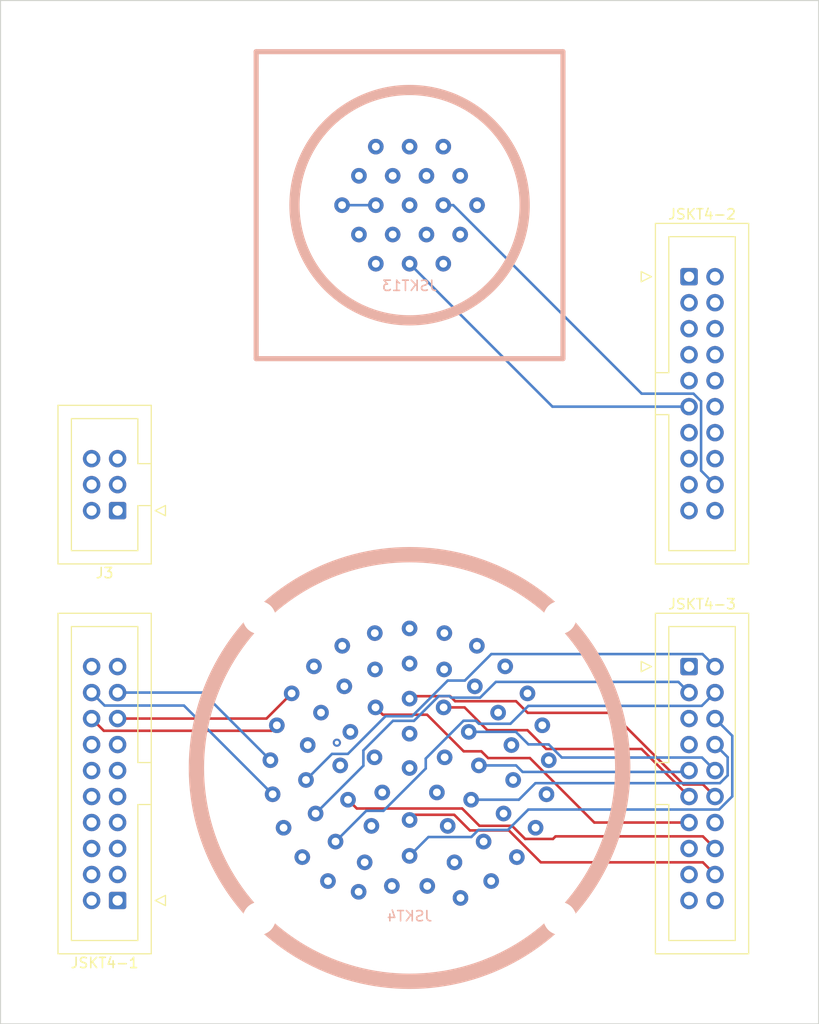
<source format=kicad_pcb>
(kicad_pcb (version 20171130) (host pcbnew "(5.1.6)-1")

  (general
    (thickness 1.6)
    (drawings 4)
    (tracks 456)
    (zones 0)
    (modules 6)
    (nets 62)
  )

  (page A4)
  (layers
    (0 F.Cu signal)
    (1 In1.Cu signal)
    (2 In2.Cu signal)
    (31 B.Cu signal)
    (32 B.Adhes user)
    (33 F.Adhes user)
    (34 B.Paste user)
    (35 F.Paste user)
    (36 B.SilkS user)
    (37 F.SilkS user)
    (38 B.Mask user)
    (39 F.Mask user)
    (40 Dwgs.User user)
    (41 Cmts.User user)
    (42 Eco1.User user)
    (43 Eco2.User user)
    (44 Edge.Cuts user)
    (45 Margin user)
    (46 B.CrtYd user)
    (47 F.CrtYd user)
    (48 B.Fab user)
    (49 F.Fab user)
  )

  (setup
    (last_trace_width 0.25)
    (trace_clearance 0.2)
    (zone_clearance 0.508)
    (zone_45_only no)
    (trace_min 0.2)
    (via_size 0.8)
    (via_drill 0.4)
    (via_min_size 0.4)
    (via_min_drill 0.3)
    (uvia_size 0.3)
    (uvia_drill 0.1)
    (uvias_allowed no)
    (uvia_min_size 0.2)
    (uvia_min_drill 0.1)
    (edge_width 0.1)
    (segment_width 0.2)
    (pcb_text_width 0.3)
    (pcb_text_size 1.5 1.5)
    (mod_edge_width 0.15)
    (mod_text_size 1 1)
    (mod_text_width 0.15)
    (pad_size 1.524 1.524)
    (pad_drill 0.762)
    (pad_to_mask_clearance 0)
    (aux_axis_origin 0 0)
    (visible_elements 7FFFFFFF)
    (pcbplotparams
      (layerselection 0x010fc_ffffffff)
      (usegerberextensions false)
      (usegerberattributes true)
      (usegerberadvancedattributes true)
      (creategerberjobfile true)
      (excludeedgelayer true)
      (linewidth 0.100000)
      (plotframeref false)
      (viasonmask false)
      (mode 1)
      (useauxorigin false)
      (hpglpennumber 1)
      (hpglpenspeed 20)
      (hpglpendiameter 15.000000)
      (psnegative false)
      (psa4output false)
      (plotreference true)
      (plotvalue true)
      (plotinvisibletext false)
      (padsonsilk false)
      (subtractmaskfromsilk false)
      (outputformat 1)
      (mirror false)
      (drillshape 1)
      (scaleselection 1)
      (outputdirectory ""))
  )

  (net 0 "")
  (net 1 GND)
  (net 2 "/Control Unit/+6v")
  (net 3 /IO/RDR-INT)
  (net 4 /IO/PUNCH-INT)
  (net 5 "/Control Unit/0v")
  (net 6 /IO/IG13)
  (net 7 /IO/IG16)
  (net 8 /IO/IG14)
  (net 9 /IO/IG15)
  (net 10 /IO/IG17)
  (net 11 /IO/IG18)
  (net 12 /IO/IG4)
  (net 13 /IO/IG6)
  (net 14 /IO/IG7)
  (net 15 /IO/IG2)
  (net 16 /IO/IG1)
  (net 17 /IO/IG3)
  (net 18 /IO/IG5)
  (net 19 /IO/IG8)
  (net 20 /IO/IG9)
  (net 21 /IO/IG10)
  (net 22 /IO/IG12)
  (net 23 /IO/IG11)
  (net 24 /IO/OS11)
  (net 25 /IO/OS10)
  (net 26 /IO/OA13)
  (net 27 /IO/OA12)
  (net 28 /IO/OA16)
  (net 29 /IO/OA14)
  (net 30 /IO/OA17)
  (net 31 /IO/OA15)
  (net 32 /IO/OA18)
  (net 33 /IO/OS5)
  (net 34 /IO/OS2)
  (net 35 /IO/OS3)
  (net 36 /IO/OS4)
  (net 37 /IO/OS6)
  (net 38 /IO/OS7~)
  (net 39 /IO/OS8)
  (net 40 /IO/OS9)
  (net 41 /IO/OS1)
  (net 42 /IO/OA11)
  (net 43 /IO/OA10)
  (net 44 /IO/OA9)
  (net 45 /IO/OA7)
  (net 46 /IO/OA6)
  (net 47 /IO/OA8)
  (net 48 /IO/OA5)
  (net 49 /IO/OA4)
  (net 50 /IO/OA3)
  (net 51 /IO/OA2)
  (net 52 /IO/OA1)
  (net 53 /IO/RESET-32-20)
  (net 54 /IO/PI1-29-AE)
  (net 55 /IO/PI2-29-AF)
  (net 56 /IO/PI3-29-AH)
  (net 57 /IO/SOP-30-20)
  (net 58 /IO/SIP-30-21)
  (net 59 /IO/PR-30-E)
  (net 60 /IO/BT-30-U)
  (net 61 /IO/LW-30-13)

  (net_class Default "This is the default net class."
    (clearance 0.2)
    (trace_width 0.25)
    (via_dia 0.8)
    (via_drill 0.4)
    (uvia_dia 0.3)
    (uvia_drill 0.1)
    (add_net "/Control Unit/+6v")
    (add_net "/Control Unit/0v")
    (add_net /IO/BT-30-U)
    (add_net /IO/IG1)
    (add_net /IO/IG10)
    (add_net /IO/IG11)
    (add_net /IO/IG12)
    (add_net /IO/IG13)
    (add_net /IO/IG14)
    (add_net /IO/IG15)
    (add_net /IO/IG16)
    (add_net /IO/IG17)
    (add_net /IO/IG18)
    (add_net /IO/IG2)
    (add_net /IO/IG3)
    (add_net /IO/IG4)
    (add_net /IO/IG5)
    (add_net /IO/IG6)
    (add_net /IO/IG7)
    (add_net /IO/IG8)
    (add_net /IO/IG9)
    (add_net /IO/LW-30-13)
    (add_net /IO/OA1)
    (add_net /IO/OA10)
    (add_net /IO/OA11)
    (add_net /IO/OA12)
    (add_net /IO/OA13)
    (add_net /IO/OA14)
    (add_net /IO/OA15)
    (add_net /IO/OA16)
    (add_net /IO/OA17)
    (add_net /IO/OA18)
    (add_net /IO/OA2)
    (add_net /IO/OA3)
    (add_net /IO/OA4)
    (add_net /IO/OA5)
    (add_net /IO/OA6)
    (add_net /IO/OA7)
    (add_net /IO/OA8)
    (add_net /IO/OA9)
    (add_net /IO/OS1)
    (add_net /IO/OS10)
    (add_net /IO/OS11)
    (add_net /IO/OS2)
    (add_net /IO/OS3)
    (add_net /IO/OS4)
    (add_net /IO/OS5)
    (add_net /IO/OS6)
    (add_net /IO/OS7~)
    (add_net /IO/OS8)
    (add_net /IO/OS9)
    (add_net /IO/PI1-29-AE)
    (add_net /IO/PI2-29-AF)
    (add_net /IO/PI3-29-AH)
    (add_net /IO/PR-30-E)
    (add_net /IO/PUNCH-INT)
    (add_net /IO/RDR-INT)
    (add_net /IO/RESET-32-20)
    (add_net /IO/SIP-30-21)
    (add_net /IO/SOP-30-20)
    (add_net GND)
  )

  (module Connector_IDC:IDC-Header_2x03_P2.54mm_Vertical (layer F.Cu) (tedit 5EAC9A07) (tstamp 5F38E0B1)
    (at 171.45 69.85 180)
    (descr "Through hole IDC box header, 2x03, 2.54mm pitch, DIN 41651 / IEC 60603-13, double rows, https://docs.google.com/spreadsheets/d/16SsEcesNF15N3Lb4niX7dcUr-NY5_MFPQhobNuNppn4/edit#gid=0")
    (tags "Through hole vertical IDC box header THT 2x03 2.54mm double row")
    (path /5F2F538B/5F41BBF7)
    (fp_text reference J3 (at 1.27 -6.1) (layer F.SilkS)
      (effects (font (size 1 1) (thickness 0.15)))
    )
    (fp_text value ~ (at 1.27 11.18) (layer F.Fab)
      (effects (font (size 1 1) (thickness 0.15)))
    )
    (fp_line (start 6.22 -5.6) (end -3.68 -5.6) (layer F.CrtYd) (width 0.05))
    (fp_line (start 6.22 10.69) (end 6.22 -5.6) (layer F.CrtYd) (width 0.05))
    (fp_line (start -3.68 10.69) (end 6.22 10.69) (layer F.CrtYd) (width 0.05))
    (fp_line (start -3.68 -5.6) (end -3.68 10.69) (layer F.CrtYd) (width 0.05))
    (fp_line (start -4.68 0.5) (end -3.68 0) (layer F.SilkS) (width 0.12))
    (fp_line (start -4.68 -0.5) (end -4.68 0.5) (layer F.SilkS) (width 0.12))
    (fp_line (start -3.68 0) (end -4.68 -0.5) (layer F.SilkS) (width 0.12))
    (fp_line (start -1.98 4.59) (end -3.29 4.59) (layer F.SilkS) (width 0.12))
    (fp_line (start -1.98 4.59) (end -1.98 4.59) (layer F.SilkS) (width 0.12))
    (fp_line (start -1.98 8.99) (end -1.98 4.59) (layer F.SilkS) (width 0.12))
    (fp_line (start 4.52 8.99) (end -1.98 8.99) (layer F.SilkS) (width 0.12))
    (fp_line (start 4.52 -3.91) (end 4.52 8.99) (layer F.SilkS) (width 0.12))
    (fp_line (start -1.98 -3.91) (end 4.52 -3.91) (layer F.SilkS) (width 0.12))
    (fp_line (start -1.98 0.49) (end -1.98 -3.91) (layer F.SilkS) (width 0.12))
    (fp_line (start -3.29 0.49) (end -1.98 0.49) (layer F.SilkS) (width 0.12))
    (fp_line (start -3.29 10.29) (end -3.29 -5.21) (layer F.SilkS) (width 0.12))
    (fp_line (start 5.83 10.29) (end -3.29 10.29) (layer F.SilkS) (width 0.12))
    (fp_line (start 5.83 -5.21) (end 5.83 10.29) (layer F.SilkS) (width 0.12))
    (fp_line (start -3.29 -5.21) (end 5.83 -5.21) (layer F.SilkS) (width 0.12))
    (fp_line (start -1.98 4.59) (end -3.18 4.59) (layer F.Fab) (width 0.1))
    (fp_line (start -1.98 4.59) (end -1.98 4.59) (layer F.Fab) (width 0.1))
    (fp_line (start -1.98 8.99) (end -1.98 4.59) (layer F.Fab) (width 0.1))
    (fp_line (start 4.52 8.99) (end -1.98 8.99) (layer F.Fab) (width 0.1))
    (fp_line (start 4.52 -3.91) (end 4.52 8.99) (layer F.Fab) (width 0.1))
    (fp_line (start -1.98 -3.91) (end 4.52 -3.91) (layer F.Fab) (width 0.1))
    (fp_line (start -1.98 0.49) (end -1.98 -3.91) (layer F.Fab) (width 0.1))
    (fp_line (start -3.18 0.49) (end -1.98 0.49) (layer F.Fab) (width 0.1))
    (fp_line (start -3.18 10.18) (end -3.18 -4.1) (layer F.Fab) (width 0.1))
    (fp_line (start 5.72 10.18) (end -3.18 10.18) (layer F.Fab) (width 0.1))
    (fp_line (start 5.72 -5.1) (end 5.72 10.18) (layer F.Fab) (width 0.1))
    (fp_line (start -2.18 -5.1) (end 5.72 -5.1) (layer F.Fab) (width 0.1))
    (fp_line (start -3.18 -4.1) (end -2.18 -5.1) (layer F.Fab) (width 0.1))
    (fp_text user %R (at 1.27 2.54 90) (layer F.Fab)
      (effects (font (size 1 1) (thickness 0.15)))
    )
    (pad 6 thru_hole circle (at 2.54 5.08 180) (size 1.7 1.7) (drill 1) (layers *.Cu *.Mask)
      (net 5 "/Control Unit/0v"))
    (pad 4 thru_hole circle (at 2.54 2.54 180) (size 1.7 1.7) (drill 1) (layers *.Cu *.Mask)
      (net 2 "/Control Unit/+6v"))
    (pad 2 thru_hole circle (at 2.54 0 180) (size 1.7 1.7) (drill 1) (layers *.Cu *.Mask)
      (net 1 GND))
    (pad 5 thru_hole circle (at 0 5.08 180) (size 1.7 1.7) (drill 1) (layers *.Cu *.Mask)
      (net 5 "/Control Unit/0v"))
    (pad 3 thru_hole circle (at 0 2.54 180) (size 1.7 1.7) (drill 1) (layers *.Cu *.Mask)
      (net 4 /IO/PUNCH-INT))
    (pad 1 thru_hole roundrect (at 0 0 180) (size 1.7 1.7) (drill 1) (layers *.Cu *.Mask) (roundrect_rratio 0.147059)
      (net 3 /IO/RDR-INT))
    (model ${KISYS3DMOD}/Connector_IDC.3dshapes/IDC-Header_2x03_P2.54mm_Vertical.wrl
      (at (xyz 0 0 0))
      (scale (xyz 1 1 1))
      (rotate (xyz 0 0 0))
    )
  )

  (module ELLIOTT:MC61 (layer B.Cu) (tedit 5F3013CA) (tstamp 5F38E1FA)
    (at 200 95)
    (path /5F2F538B/5F301156)
    (fp_text reference JSKT4 (at 0 14.478) (layer B.SilkS)
      (effects (font (size 1 1) (thickness 0.15)) (justify mirror))
    )
    (fp_text value Circ61 (at 0 13.208) (layer B.Fab)
      (effects (font (size 1 1) (thickness 0.15)) (justify mirror))
    )
    (fp_circle (center 0 0) (end 20.845 0) (layer B.SilkS) (width 1.5))
    (pad "" np_thru_hole circle (at -14.7 14.7) (size 3.2 3.2) (drill 3.2) (layers *.Cu *.Mask))
    (pad "" np_thru_hole circle (at -14.7 -14.7) (size 3.2 3.2) (drill 3.2) (layers *.Cu *.Mask))
    (pad "" np_thru_hole circle (at 14.7 -14.7) (size 3.2 3.2) (drill 3.2) (layers *.Cu *.Mask))
    (pad "" np_thru_hole circle (at 14.7 14.7) (size 3.2 3.2) (drill 3.2) (layers *.Cu *.Mask))
    (pad CC thru_hole circle (at -3.33 -5.92) (size 1.524 1.524) (drill 0.762) (layers *.Cu *.Mask)
      (net 6 /IO/IG13))
    (pad FF thru_hole circle (at -6.02 3.1) (size 1.524 1.524) (drill 0.762) (layers *.Cu *.Mask)
      (net 7 /IO/IG16))
    (pad DD thru_hole circle (at -5.79 -3.53) (size 1.524 1.524) (drill 0.762) (layers *.Cu *.Mask)
      (net 8 /IO/IG14))
    (pad EE thru_hole circle (at -6.78 -0.25) (size 1.524 1.524) (drill 0.762) (layers *.Cu *.Mask)
      (net 9 /IO/IG15))
    (pad GG thru_hole circle (at -3.73 5.66) (size 1.524 1.524) (drill 0.762) (layers *.Cu *.Mask)
      (net 10 /IO/IG17))
    (pad HH thru_hole circle (at 0 5.08) (size 1.524 1.524) (drill 0.762) (layers *.Cu *.Mask)
      (net 11 /IO/IG18))
    (pad JJ thru_hole circle (at 2.67 2.39) (size 1.524 1.524) (drill 0.762) (layers *.Cu *.Mask))
    (pad NN thru_hole circle (at -2.67 2.39) (size 1.524 1.524) (drill 0.762) (layers *.Cu *.Mask))
    (pad MM thru_hole circle (at -3.43 -1.04) (size 1.524 1.524) (drill 0.762) (layers *.Cu *.Mask))
    (pad LL thru_hole circle (at 0 -3.35) (size 1.524 1.524) (drill 0.762) (layers *.Cu *.Mask)
      (net 1 GND))
    (pad KK thru_hole circle (at 3.43 -1.04) (size 1.524 1.524) (drill 0.762) (layers *.Cu *.Mask))
    (pad ~t~ thru_hole circle (at -7.24 7.19) (size 1.524 1.524) (drill 0.762) (layers *.Cu *.Mask)
      (net 12 /IO/IG4))
    (pad ~v~ thru_hole circle (at 0 8.59) (size 1.524 1.524) (drill 0.762) (layers *.Cu *.Mask)
      (net 13 /IO/IG6))
    (pad ~w~ thru_hole circle (at 3.73 5.66) (size 1.524 1.524) (drill 0.762) (layers *.Cu *.Mask)
      (net 14 /IO/IG7))
    (pad ~r~ thru_hole circle (at -10.13 1.17) (size 1.524 1.524) (drill 0.762) (layers *.Cu *.Mask)
      (net 15 /IO/IG2))
    (pad ~q~ thru_hole circle (at -9.96 -2.24) (size 1.524 1.524) (drill 0.762) (layers *.Cu *.Mask)
      (net 16 /IO/IG1))
    (pad ~s~ thru_hole circle (at -9.19 4.45) (size 1.524 1.524) (drill 0.762) (layers *.Cu *.Mask)
      (net 17 /IO/IG3))
    (pad ~u~ thru_hole circle (at -4.39 9.22) (size 1.524 1.524) (drill 0.762) (layers *.Cu *.Mask)
      (net 18 /IO/IG5))
    (pad ~x~ thru_hole circle (at 6.02 3.1) (size 1.524 1.524) (drill 0.762) (layers *.Cu *.Mask)
      (net 19 /IO/IG8))
    (pad ~y~ thru_hole circle (at 6.78 -0.25) (size 1.524 1.524) (drill 0.762) (layers *.Cu *.Mask)
      (net 20 /IO/IG9))
    (pad ~z~ thru_hole circle (at 5.79 -3.53) (size 1.524 1.524) (drill 0.762) (layers *.Cu *.Mask)
      (net 21 /IO/IG10))
    (pad BB thru_hole circle (at 0 -6.78) (size 1.524 1.524) (drill 0.762) (layers *.Cu *.Mask)
      (net 22 /IO/IG12))
    (pad AA thru_hole circle (at 3.33 -5.92) (size 1.524 1.524) (drill 0.762) (layers *.Cu *.Mask)
      (net 23 /IO/IG11))
    (pad ~g~ thru_hole circle (at 9.96 -2.24) (size 1.524 1.524) (drill 0.762) (layers *.Cu *.Mask)
      (net 24 /IO/OS11))
    (pad ~h~ thru_hole circle (at 8.66 -5.41) (size 1.524 1.524) (drill 0.762) (layers *.Cu *.Mask))
    (pad ~i~ thru_hole circle (at 6.38 -7.98) (size 1.524 1.524) (drill 0.762) (layers *.Cu *.Mask))
    (pad ~k~ thru_hole circle (at 0 -10.21) (size 1.524 1.524) (drill 0.762) (layers *.Cu *.Mask))
    (pad ~j~ thru_hole circle (at 3.38 -9.63) (size 1.524 1.524) (drill 0.762) (layers *.Cu *.Mask))
    (pad ~m~ thru_hole circle (at -3.38 -9.63) (size 1.524 1.524) (drill 0.762) (layers *.Cu *.Mask))
    (pad ~n~ thru_hole circle (at -6.38 -7.98) (size 1.524 1.524) (drill 0.762) (layers *.Cu *.Mask))
    (pad ~p~ thru_hole circle (at -8.66 -5.41) (size 1.524 1.524) (drill 0.762) (layers *.Cu *.Mask)
      (net 2 "/Control Unit/+6v"))
    (pad ~f~ thru_hole circle (at 10.13 1.17) (size 1.524 1.524) (drill 0.762) (layers *.Cu *.Mask)
      (net 25 /IO/OS10))
    (pad P thru_hole circle (at -6.58 -11.94) (size 1.524 1.524) (drill 0.762) (layers *.Cu *.Mask)
      (net 26 /IO/OA13))
    (pad N thru_hole circle (at -3.4 -13.18) (size 1.524 1.524) (drill 0.762) (layers *.Cu *.Mask)
      (net 27 /IO/OA12))
    (pad T thru_hole circle (at -12.98 -4.17) (size 1.524 1.524) (drill 0.762) (layers *.Cu *.Mask)
      (net 28 /IO/OA16))
    (pad R thru_hole circle (at -9.35 -9.93) (size 1.524 1.524) (drill 0.762) (layers *.Cu *.Mask)
      (net 29 /IO/OA14))
    (pad U thru_hole circle (at -13.61 -0.76) (size 1.524 1.524) (drill 0.762) (layers *.Cu *.Mask)
      (net 30 /IO/OA17))
    (pad S thru_hole circle (at -11.53 -7.29) (size 1.524 1.524) (drill 0.762) (layers *.Cu *.Mask)
      (net 31 /IO/OA15))
    (pad V thru_hole circle (at -13.39 2.57) (size 1.524 1.524) (drill 0.762) (layers *.Cu *.Mask)
      (net 32 /IO/OA18))
    (pad ~a~ thru_hole circle (at -1.73 11.53) (size 1.524 1.524) (drill 0.762) (layers *.Cu *.Mask)
      (net 33 /IO/OS5))
    (pad X thru_hole circle (at -10.49 8.71) (size 1.524 1.524) (drill 0.762) (layers *.Cu *.Mask)
      (net 34 /IO/OS2))
    (pad Y thru_hole circle (at -7.98 11.05) (size 1.524 1.524) (drill 0.762) (layers *.Cu *.Mask)
      (net 35 /IO/OS3))
    (pad Z thru_hole circle (at -4.98 12.1) (size 1.524 1.524) (drill 0.762) (layers *.Cu *.Mask)
      (net 36 /IO/OS4))
    (pad ~b~ thru_hole circle (at 1.73 11.53) (size 1.524 1.524) (drill 0.762) (layers *.Cu *.Mask)
      (net 37 /IO/OS6))
    (pad ~c~ thru_hole circle (at 4.39 9.22) (size 1.524 1.524) (drill 0.762) (layers *.Cu *.Mask)
      (net 38 /IO/OS7~))
    (pad ~d~ thru_hole circle (at 7.24 7.19) (size 1.524 1.524) (drill 0.762) (layers *.Cu *.Mask)
      (net 39 /IO/OS8))
    (pad ~e~ thru_hole circle (at 9.19 4.45) (size 1.524 1.524) (drill 0.762) (layers *.Cu *.Mask)
      (net 40 /IO/OS9))
    (pad W thru_hole circle (at -12.32 5.84) (size 1.524 1.524) (drill 0.762) (layers *.Cu *.Mask)
      (net 41 /IO/OS1))
    (pad M thru_hole circle (at 0 -13.64) (size 1.524 1.524) (drill 0.762) (layers *.Cu *.Mask)
      (net 42 /IO/OA11))
    (pad L thru_hole circle (at 3.4 -13.18) (size 1.524 1.524) (drill 0.762) (layers *.Cu *.Mask)
      (net 43 /IO/OA10))
    (pad K thru_hole circle (at 6.58 -11.94) (size 1.524 1.524) (drill 0.762) (layers *.Cu *.Mask)
      (net 44 /IO/OA9))
    (pad H thru_hole circle (at 11.53 -7.29) (size 1.524 1.524) (drill 0.762) (layers *.Cu *.Mask)
      (net 45 /IO/OA7))
    (pad G thru_hole circle (at 12.98 -4.17) (size 1.524 1.524) (drill 0.762) (layers *.Cu *.Mask)
      (net 46 /IO/OA6))
    (pad J thru_hole circle (at 9.35 -9.93) (size 1.524 1.524) (drill 0.762) (layers *.Cu *.Mask)
      (net 47 /IO/OA8))
    (pad F thru_hole circle (at 13.61 -0.76) (size 1.524 1.524) (drill 0.762) (layers *.Cu *.Mask)
      (net 48 /IO/OA5))
    (pad E thru_hole circle (at 13.39 2.57) (size 1.524 1.524) (drill 0.762) (layers *.Cu *.Mask)
      (net 49 /IO/OA4))
    (pad D thru_hole circle (at 12.32 5.84) (size 1.524 1.524) (drill 0.762) (layers *.Cu *.Mask)
      (net 50 /IO/OA3))
    (pad C thru_hole circle (at 10.49 8.71) (size 1.524 1.524) (drill 0.762) (layers *.Cu *.Mask)
      (net 51 /IO/OA2))
    (pad B thru_hole circle (at 7.98 11.05) (size 1.524 1.524) (drill 0.762) (layers *.Cu *.Mask)
      (net 52 /IO/OA1))
    (pad A thru_hole circle (at 4.98 12.7) (size 1.524 1.524) (drill 0.762) (layers *.Cu *.Mask)
      (net 5 "/Control Unit/0v"))
    (pad PP thru_hole circle (at 0 0) (size 1.524 1.524) (drill 0.762) (layers *.Cu *.Mask)
      (net 53 /IO/RESET-32-20))
  )

  (module ELLIOTT:MC19 (layer B.Cu) (tedit 5F148687) (tstamp 5F38E2F0)
    (at 200 40)
    (path /5F2F538B/5F2F89C4)
    (fp_text reference JSKT13 (at 0 7.874) (layer B.SilkS)
      (effects (font (size 1 1) (thickness 0.15)) (justify mirror))
    )
    (fp_text value Circ19 (at 0 -7.874) (layer B.Fab)
      (effects (font (size 1 1) (thickness 0.15)) (justify mirror))
    )
    (fp_circle (center 0 0) (end 11.255 0) (layer B.SilkS) (width 1))
    (fp_line (start -15 15) (end 15 15) (layer B.SilkS) (width 0.5))
    (fp_line (start 15 15) (end 15 -15) (layer B.SilkS) (width 0.5))
    (fp_line (start 15 -15) (end -15 -15) (layer B.SilkS) (width 0.5))
    (fp_line (start -15 -15) (end -15 15) (layer B.SilkS) (width 0.5))
    (pad A thru_hole circle (at 0 5.72) (size 1.524 1.524) (drill 0.762) (layers *.Cu *.Mask)
      (net 54 /IO/PI1-29-AE))
    (pad B thru_hole circle (at 3.3 5.72) (size 1.524 1.524) (drill 0.762) (layers *.Cu *.Mask)
      (net 5 "/Control Unit/0v"))
    (pad C thru_hole circle (at 4.95 2.87) (size 1.524 1.524) (drill 0.762) (layers *.Cu *.Mask)
      (net 55 /IO/PI2-29-AF))
    (pad D thru_hole circle (at 6.6 0) (size 1.524 1.524) (drill 0.762) (layers *.Cu *.Mask)
      (net 5 "/Control Unit/0v"))
    (pad E thru_hole circle (at 4.95 -2.87) (size 1.524 1.524) (drill 0.762) (layers *.Cu *.Mask)
      (net 56 /IO/PI3-29-AH))
    (pad F thru_hole circle (at 3.3 -5.72) (size 1.524 1.524) (drill 0.762) (layers *.Cu *.Mask)
      (net 5 "/Control Unit/0v"))
    (pad G thru_hole circle (at 0 -5.72) (size 1.524 1.524) (drill 0.762) (layers *.Cu *.Mask)
      (net 57 /IO/SOP-30-20))
    (pad H thru_hole circle (at -3.3 -5.72) (size 1.524 1.524) (drill 0.762) (layers *.Cu *.Mask)
      (net 5 "/Control Unit/0v"))
    (pad J thru_hole circle (at -4.95 -2.87) (size 1.524 1.524) (drill 0.762) (layers *.Cu *.Mask)
      (net 58 /IO/SIP-30-21))
    (pad K thru_hole circle (at -6.6 0) (size 1.524 1.524) (drill 0.762) (layers *.Cu *.Mask)
      (net 5 "/Control Unit/0v"))
    (pad L thru_hole circle (at -4.95 2.87) (size 1.524 1.524) (drill 0.762) (layers *.Cu *.Mask)
      (net 59 /IO/PR-30-E))
    (pad M thru_hole circle (at -3.3 5.72) (size 1.524 1.524) (drill 0.762) (layers *.Cu *.Mask)
      (net 5 "/Control Unit/0v"))
    (pad N thru_hole circle (at -1.65 2.87) (size 1.524 1.524) (drill 0.762) (layers *.Cu *.Mask)
      (net 60 /IO/BT-30-U))
    (pad P thru_hole circle (at 1.65 2.87) (size 1.524 1.524) (drill 0.762) (layers *.Cu *.Mask)
      (net 5 "/Control Unit/0v"))
    (pad R thru_hole circle (at 3.3 0) (size 1.524 1.524) (drill 0.762) (layers *.Cu *.Mask)
      (net 61 /IO/LW-30-13))
    (pad S thru_hole circle (at 1.65 -2.87) (size 1.524 1.524) (drill 0.762) (layers *.Cu *.Mask)
      (net 5 "/Control Unit/0v"))
    (pad T thru_hole circle (at -1.65 -2.87) (size 1.524 1.524) (drill 0.762) (layers *.Cu *.Mask)
      (net 4 /IO/PUNCH-INT))
    (pad U thru_hole circle (at -3.3 0) (size 1.524 1.524) (drill 0.762) (layers *.Cu *.Mask)
      (net 5 "/Control Unit/0v"))
    (pad V thru_hole circle (at 0 0) (size 1.524 1.524) (drill 0.762) (layers *.Cu *.Mask)
      (net 3 /IO/RDR-INT))
    (pad "" np_thru_hole oval (at -11.905 11.905 315) (size 3 6) (drill oval 3 6) (layers *.Cu *.Mask))
    (pad "" np_thru_hole oval (at 11.905 -11.905 315) (size 3 6) (drill oval 3 6) (layers *.Cu *.Mask))
    (pad "" np_thru_hole oval (at 11.905 11.905 45) (size 3 6) (drill oval 3 6) (layers *.Cu *.Mask))
    (pad "" np_thru_hole oval (at -11.905 -11.905 45) (size 3 6) (drill oval 3 6) (layers *.Cu *.Mask))
  )

  (module Connector_IDC:IDC-Header_2x10_P2.54mm_Vertical (layer F.Cu) (tedit 5EAC9A07) (tstamp 5F38E59C)
    (at 171.45 107.95 180)
    (descr "Through hole IDC box header, 2x10, 2.54mm pitch, DIN 41651 / IEC 60603-13, double rows, https://docs.google.com/spreadsheets/d/16SsEcesNF15N3Lb4niX7dcUr-NY5_MFPQhobNuNppn4/edit#gid=0")
    (tags "Through hole vertical IDC box header THT 2x10 2.54mm double row")
    (path /5F2F538B/5F301144)
    (fp_text reference JSKT4-1 (at 1.27 -6.1) (layer F.SilkS)
      (effects (font (size 1 1) (thickness 0.15)))
    )
    (fp_text value ~ (at 1.27 28.96) (layer F.Fab)
      (effects (font (size 1 1) (thickness 0.15)))
    )
    (fp_line (start 6.22 -5.6) (end -3.68 -5.6) (layer F.CrtYd) (width 0.05))
    (fp_line (start 6.22 28.46) (end 6.22 -5.6) (layer F.CrtYd) (width 0.05))
    (fp_line (start -3.68 28.46) (end 6.22 28.46) (layer F.CrtYd) (width 0.05))
    (fp_line (start -3.68 -5.6) (end -3.68 28.46) (layer F.CrtYd) (width 0.05))
    (fp_line (start -4.68 0.5) (end -3.68 0) (layer F.SilkS) (width 0.12))
    (fp_line (start -4.68 -0.5) (end -4.68 0.5) (layer F.SilkS) (width 0.12))
    (fp_line (start -3.68 0) (end -4.68 -0.5) (layer F.SilkS) (width 0.12))
    (fp_line (start -1.98 13.48) (end -3.29 13.48) (layer F.SilkS) (width 0.12))
    (fp_line (start -1.98 13.48) (end -1.98 13.48) (layer F.SilkS) (width 0.12))
    (fp_line (start -1.98 26.77) (end -1.98 13.48) (layer F.SilkS) (width 0.12))
    (fp_line (start 4.52 26.77) (end -1.98 26.77) (layer F.SilkS) (width 0.12))
    (fp_line (start 4.52 -3.91) (end 4.52 26.77) (layer F.SilkS) (width 0.12))
    (fp_line (start -1.98 -3.91) (end 4.52 -3.91) (layer F.SilkS) (width 0.12))
    (fp_line (start -1.98 9.38) (end -1.98 -3.91) (layer F.SilkS) (width 0.12))
    (fp_line (start -3.29 9.38) (end -1.98 9.38) (layer F.SilkS) (width 0.12))
    (fp_line (start -3.29 28.07) (end -3.29 -5.21) (layer F.SilkS) (width 0.12))
    (fp_line (start 5.83 28.07) (end -3.29 28.07) (layer F.SilkS) (width 0.12))
    (fp_line (start 5.83 -5.21) (end 5.83 28.07) (layer F.SilkS) (width 0.12))
    (fp_line (start -3.29 -5.21) (end 5.83 -5.21) (layer F.SilkS) (width 0.12))
    (fp_line (start -1.98 13.48) (end -3.18 13.48) (layer F.Fab) (width 0.1))
    (fp_line (start -1.98 13.48) (end -1.98 13.48) (layer F.Fab) (width 0.1))
    (fp_line (start -1.98 26.77) (end -1.98 13.48) (layer F.Fab) (width 0.1))
    (fp_line (start 4.52 26.77) (end -1.98 26.77) (layer F.Fab) (width 0.1))
    (fp_line (start 4.52 -3.91) (end 4.52 26.77) (layer F.Fab) (width 0.1))
    (fp_line (start -1.98 -3.91) (end 4.52 -3.91) (layer F.Fab) (width 0.1))
    (fp_line (start -1.98 9.38) (end -1.98 -3.91) (layer F.Fab) (width 0.1))
    (fp_line (start -3.18 9.38) (end -1.98 9.38) (layer F.Fab) (width 0.1))
    (fp_line (start -3.18 27.96) (end -3.18 -4.1) (layer F.Fab) (width 0.1))
    (fp_line (start 5.72 27.96) (end -3.18 27.96) (layer F.Fab) (width 0.1))
    (fp_line (start 5.72 -5.1) (end 5.72 27.96) (layer F.Fab) (width 0.1))
    (fp_line (start -2.18 -5.1) (end 5.72 -5.1) (layer F.Fab) (width 0.1))
    (fp_line (start -3.18 -4.1) (end -2.18 -5.1) (layer F.Fab) (width 0.1))
    (fp_text user %R (at 1.27 11.43 90) (layer F.Fab)
      (effects (font (size 1 1) (thickness 0.15)))
    )
    (pad 20 thru_hole circle (at 2.54 22.86 180) (size 1.7 1.7) (drill 1) (layers *.Cu *.Mask)
      (net 34 /IO/OS2))
    (pad 18 thru_hole circle (at 2.54 20.32 180) (size 1.7 1.7) (drill 1) (layers *.Cu *.Mask)
      (net 32 /IO/OA18))
    (pad 16 thru_hole circle (at 2.54 17.78 180) (size 1.7 1.7) (drill 1) (layers *.Cu *.Mask)
      (net 28 /IO/OA16))
    (pad 14 thru_hole circle (at 2.54 15.24 180) (size 1.7 1.7) (drill 1) (layers *.Cu *.Mask)
      (net 29 /IO/OA14))
    (pad 12 thru_hole circle (at 2.54 12.7 180) (size 1.7 1.7) (drill 1) (layers *.Cu *.Mask)
      (net 27 /IO/OA12))
    (pad 10 thru_hole circle (at 2.54 10.16 180) (size 1.7 1.7) (drill 1) (layers *.Cu *.Mask)
      (net 43 /IO/OA10))
    (pad 8 thru_hole circle (at 2.54 7.62 180) (size 1.7 1.7) (drill 1) (layers *.Cu *.Mask)
      (net 47 /IO/OA8))
    (pad 6 thru_hole circle (at 2.54 5.08 180) (size 1.7 1.7) (drill 1) (layers *.Cu *.Mask)
      (net 46 /IO/OA6))
    (pad 4 thru_hole circle (at 2.54 2.54 180) (size 1.7 1.7) (drill 1) (layers *.Cu *.Mask)
      (net 49 /IO/OA4))
    (pad 2 thru_hole circle (at 2.54 0 180) (size 1.7 1.7) (drill 1) (layers *.Cu *.Mask)
      (net 51 /IO/OA2))
    (pad 19 thru_hole circle (at 0 22.86 180) (size 1.7 1.7) (drill 1) (layers *.Cu *.Mask)
      (net 41 /IO/OS1))
    (pad 17 thru_hole circle (at 0 20.32 180) (size 1.7 1.7) (drill 1) (layers *.Cu *.Mask)
      (net 30 /IO/OA17))
    (pad 15 thru_hole circle (at 0 17.78 180) (size 1.7 1.7) (drill 1) (layers *.Cu *.Mask)
      (net 31 /IO/OA15))
    (pad 13 thru_hole circle (at 0 15.24 180) (size 1.7 1.7) (drill 1) (layers *.Cu *.Mask)
      (net 26 /IO/OA13))
    (pad 11 thru_hole circle (at 0 12.7 180) (size 1.7 1.7) (drill 1) (layers *.Cu *.Mask)
      (net 42 /IO/OA11))
    (pad 9 thru_hole circle (at 0 10.16 180) (size 1.7 1.7) (drill 1) (layers *.Cu *.Mask)
      (net 44 /IO/OA9))
    (pad 7 thru_hole circle (at 0 7.62 180) (size 1.7 1.7) (drill 1) (layers *.Cu *.Mask)
      (net 45 /IO/OA7))
    (pad 5 thru_hole circle (at 0 5.08 180) (size 1.7 1.7) (drill 1) (layers *.Cu *.Mask)
      (net 48 /IO/OA5))
    (pad 3 thru_hole circle (at 0 2.54 180) (size 1.7 1.7) (drill 1) (layers *.Cu *.Mask)
      (net 50 /IO/OA3))
    (pad 1 thru_hole roundrect (at 0 0 180) (size 1.7 1.7) (drill 1) (layers *.Cu *.Mask) (roundrect_rratio 0.147059)
      (net 52 /IO/OA1))
    (model ${KISYS3DMOD}/Connector_IDC.3dshapes/IDC-Header_2x10_P2.54mm_Vertical.wrl
      (at (xyz 0 0 0))
      (scale (xyz 1 1 1))
      (rotate (xyz 0 0 0))
    )
  )

  (module Connector_IDC:IDC-Header_2x10_P2.54mm_Vertical (layer F.Cu) (tedit 5EAC9A07) (tstamp 5F38E5D5)
    (at 227.33 46.99)
    (descr "Through hole IDC box header, 2x10, 2.54mm pitch, DIN 41651 / IEC 60603-13, double rows, https://docs.google.com/spreadsheets/d/16SsEcesNF15N3Lb4niX7dcUr-NY5_MFPQhobNuNppn4/edit#gid=0")
    (tags "Through hole vertical IDC box header THT 2x10 2.54mm double row")
    (path /5F2F538B/5F301165)
    (fp_text reference JSKT4-2 (at 1.27 -6.1) (layer F.SilkS)
      (effects (font (size 1 1) (thickness 0.15)))
    )
    (fp_text value ~ (at 1.27 28.96) (layer F.Fab)
      (effects (font (size 1 1) (thickness 0.15)))
    )
    (fp_line (start 6.22 -5.6) (end -3.68 -5.6) (layer F.CrtYd) (width 0.05))
    (fp_line (start 6.22 28.46) (end 6.22 -5.6) (layer F.CrtYd) (width 0.05))
    (fp_line (start -3.68 28.46) (end 6.22 28.46) (layer F.CrtYd) (width 0.05))
    (fp_line (start -3.68 -5.6) (end -3.68 28.46) (layer F.CrtYd) (width 0.05))
    (fp_line (start -4.68 0.5) (end -3.68 0) (layer F.SilkS) (width 0.12))
    (fp_line (start -4.68 -0.5) (end -4.68 0.5) (layer F.SilkS) (width 0.12))
    (fp_line (start -3.68 0) (end -4.68 -0.5) (layer F.SilkS) (width 0.12))
    (fp_line (start -1.98 13.48) (end -3.29 13.48) (layer F.SilkS) (width 0.12))
    (fp_line (start -1.98 13.48) (end -1.98 13.48) (layer F.SilkS) (width 0.12))
    (fp_line (start -1.98 26.77) (end -1.98 13.48) (layer F.SilkS) (width 0.12))
    (fp_line (start 4.52 26.77) (end -1.98 26.77) (layer F.SilkS) (width 0.12))
    (fp_line (start 4.52 -3.91) (end 4.52 26.77) (layer F.SilkS) (width 0.12))
    (fp_line (start -1.98 -3.91) (end 4.52 -3.91) (layer F.SilkS) (width 0.12))
    (fp_line (start -1.98 9.38) (end -1.98 -3.91) (layer F.SilkS) (width 0.12))
    (fp_line (start -3.29 9.38) (end -1.98 9.38) (layer F.SilkS) (width 0.12))
    (fp_line (start -3.29 28.07) (end -3.29 -5.21) (layer F.SilkS) (width 0.12))
    (fp_line (start 5.83 28.07) (end -3.29 28.07) (layer F.SilkS) (width 0.12))
    (fp_line (start 5.83 -5.21) (end 5.83 28.07) (layer F.SilkS) (width 0.12))
    (fp_line (start -3.29 -5.21) (end 5.83 -5.21) (layer F.SilkS) (width 0.12))
    (fp_line (start -1.98 13.48) (end -3.18 13.48) (layer F.Fab) (width 0.1))
    (fp_line (start -1.98 13.48) (end -1.98 13.48) (layer F.Fab) (width 0.1))
    (fp_line (start -1.98 26.77) (end -1.98 13.48) (layer F.Fab) (width 0.1))
    (fp_line (start 4.52 26.77) (end -1.98 26.77) (layer F.Fab) (width 0.1))
    (fp_line (start 4.52 -3.91) (end 4.52 26.77) (layer F.Fab) (width 0.1))
    (fp_line (start -1.98 -3.91) (end 4.52 -3.91) (layer F.Fab) (width 0.1))
    (fp_line (start -1.98 9.38) (end -1.98 -3.91) (layer F.Fab) (width 0.1))
    (fp_line (start -3.18 9.38) (end -1.98 9.38) (layer F.Fab) (width 0.1))
    (fp_line (start -3.18 27.96) (end -3.18 -4.1) (layer F.Fab) (width 0.1))
    (fp_line (start 5.72 27.96) (end -3.18 27.96) (layer F.Fab) (width 0.1))
    (fp_line (start 5.72 -5.1) (end 5.72 27.96) (layer F.Fab) (width 0.1))
    (fp_line (start -2.18 -5.1) (end 5.72 -5.1) (layer F.Fab) (width 0.1))
    (fp_line (start -3.18 -4.1) (end -2.18 -5.1) (layer F.Fab) (width 0.1))
    (fp_text user %R (at 1.27 11.43 90) (layer F.Fab)
      (effects (font (size 1 1) (thickness 0.15)))
    )
    (pad 20 thru_hole circle (at 2.54 22.86) (size 1.7 1.7) (drill 1) (layers *.Cu *.Mask))
    (pad 18 thru_hole circle (at 2.54 20.32) (size 1.7 1.7) (drill 1) (layers *.Cu *.Mask)
      (net 61 /IO/LW-30-13))
    (pad 16 thru_hole circle (at 2.54 17.78) (size 1.7 1.7) (drill 1) (layers *.Cu *.Mask)
      (net 59 /IO/PR-30-E))
    (pad 14 thru_hole circle (at 2.54 15.24) (size 1.7 1.7) (drill 1) (layers *.Cu *.Mask)
      (net 57 /IO/SOP-30-20))
    (pad 12 thru_hole circle (at 2.54 12.7) (size 1.7 1.7) (drill 1) (layers *.Cu *.Mask)
      (net 55 /IO/PI2-29-AF))
    (pad 10 thru_hole circle (at 2.54 10.16) (size 1.7 1.7) (drill 1) (layers *.Cu *.Mask))
    (pad 8 thru_hole circle (at 2.54 7.62) (size 1.7 1.7) (drill 1) (layers *.Cu *.Mask)
      (net 25 /IO/OS10))
    (pad 6 thru_hole circle (at 2.54 5.08) (size 1.7 1.7) (drill 1) (layers *.Cu *.Mask)
      (net 39 /IO/OS8))
    (pad 4 thru_hole circle (at 2.54 2.54) (size 1.7 1.7) (drill 1) (layers *.Cu *.Mask)
      (net 37 /IO/OS6))
    (pad 2 thru_hole circle (at 2.54 0) (size 1.7 1.7) (drill 1) (layers *.Cu *.Mask)
      (net 36 /IO/OS4))
    (pad 19 thru_hole circle (at 0 22.86) (size 1.7 1.7) (drill 1) (layers *.Cu *.Mask))
    (pad 17 thru_hole circle (at 0 20.32) (size 1.7 1.7) (drill 1) (layers *.Cu *.Mask)
      (net 60 /IO/BT-30-U))
    (pad 15 thru_hole circle (at 0 17.78) (size 1.7 1.7) (drill 1) (layers *.Cu *.Mask)
      (net 58 /IO/SIP-30-21))
    (pad 13 thru_hole circle (at 0 15.24) (size 1.7 1.7) (drill 1) (layers *.Cu *.Mask)
      (net 56 /IO/PI3-29-AH))
    (pad 11 thru_hole circle (at 0 12.7) (size 1.7 1.7) (drill 1) (layers *.Cu *.Mask)
      (net 54 /IO/PI1-29-AE))
    (pad 9 thru_hole circle (at 0 10.16) (size 1.7 1.7) (drill 1) (layers *.Cu *.Mask)
      (net 24 /IO/OS11))
    (pad 7 thru_hole circle (at 0 7.62) (size 1.7 1.7) (drill 1) (layers *.Cu *.Mask)
      (net 40 /IO/OS9))
    (pad 5 thru_hole circle (at 0 5.08) (size 1.7 1.7) (drill 1) (layers *.Cu *.Mask)
      (net 38 /IO/OS7~))
    (pad 3 thru_hole circle (at 0 2.54) (size 1.7 1.7) (drill 1) (layers *.Cu *.Mask)
      (net 33 /IO/OS5))
    (pad 1 thru_hole roundrect (at 0 0) (size 1.7 1.7) (drill 1) (layers *.Cu *.Mask) (roundrect_rratio 0.147059)
      (net 35 /IO/OS3))
    (model ${KISYS3DMOD}/Connector_IDC.3dshapes/IDC-Header_2x10_P2.54mm_Vertical.wrl
      (at (xyz 0 0 0))
      (scale (xyz 1 1 1))
      (rotate (xyz 0 0 0))
    )
  )

  (module Connector_IDC:IDC-Header_2x10_P2.54mm_Vertical (layer F.Cu) (tedit 5EAC9A07) (tstamp 5F38E60E)
    (at 227.33 85.09)
    (descr "Through hole IDC box header, 2x10, 2.54mm pitch, DIN 41651 / IEC 60603-13, double rows, https://docs.google.com/spreadsheets/d/16SsEcesNF15N3Lb4niX7dcUr-NY5_MFPQhobNuNppn4/edit#gid=0")
    (tags "Through hole vertical IDC box header THT 2x10 2.54mm double row")
    (path /5F2F538B/5F30115F)
    (fp_text reference JSKT4-3 (at 1.27 -6.1) (layer F.SilkS)
      (effects (font (size 1 1) (thickness 0.15)))
    )
    (fp_text value ~ (at 1.27 28.96) (layer F.Fab)
      (effects (font (size 1 1) (thickness 0.15)))
    )
    (fp_line (start -3.18 -4.1) (end -2.18 -5.1) (layer F.Fab) (width 0.1))
    (fp_line (start -2.18 -5.1) (end 5.72 -5.1) (layer F.Fab) (width 0.1))
    (fp_line (start 5.72 -5.1) (end 5.72 27.96) (layer F.Fab) (width 0.1))
    (fp_line (start 5.72 27.96) (end -3.18 27.96) (layer F.Fab) (width 0.1))
    (fp_line (start -3.18 27.96) (end -3.18 -4.1) (layer F.Fab) (width 0.1))
    (fp_line (start -3.18 9.38) (end -1.98 9.38) (layer F.Fab) (width 0.1))
    (fp_line (start -1.98 9.38) (end -1.98 -3.91) (layer F.Fab) (width 0.1))
    (fp_line (start -1.98 -3.91) (end 4.52 -3.91) (layer F.Fab) (width 0.1))
    (fp_line (start 4.52 -3.91) (end 4.52 26.77) (layer F.Fab) (width 0.1))
    (fp_line (start 4.52 26.77) (end -1.98 26.77) (layer F.Fab) (width 0.1))
    (fp_line (start -1.98 26.77) (end -1.98 13.48) (layer F.Fab) (width 0.1))
    (fp_line (start -1.98 13.48) (end -1.98 13.48) (layer F.Fab) (width 0.1))
    (fp_line (start -1.98 13.48) (end -3.18 13.48) (layer F.Fab) (width 0.1))
    (fp_line (start -3.29 -5.21) (end 5.83 -5.21) (layer F.SilkS) (width 0.12))
    (fp_line (start 5.83 -5.21) (end 5.83 28.07) (layer F.SilkS) (width 0.12))
    (fp_line (start 5.83 28.07) (end -3.29 28.07) (layer F.SilkS) (width 0.12))
    (fp_line (start -3.29 28.07) (end -3.29 -5.21) (layer F.SilkS) (width 0.12))
    (fp_line (start -3.29 9.38) (end -1.98 9.38) (layer F.SilkS) (width 0.12))
    (fp_line (start -1.98 9.38) (end -1.98 -3.91) (layer F.SilkS) (width 0.12))
    (fp_line (start -1.98 -3.91) (end 4.52 -3.91) (layer F.SilkS) (width 0.12))
    (fp_line (start 4.52 -3.91) (end 4.52 26.77) (layer F.SilkS) (width 0.12))
    (fp_line (start 4.52 26.77) (end -1.98 26.77) (layer F.SilkS) (width 0.12))
    (fp_line (start -1.98 26.77) (end -1.98 13.48) (layer F.SilkS) (width 0.12))
    (fp_line (start -1.98 13.48) (end -1.98 13.48) (layer F.SilkS) (width 0.12))
    (fp_line (start -1.98 13.48) (end -3.29 13.48) (layer F.SilkS) (width 0.12))
    (fp_line (start -3.68 0) (end -4.68 -0.5) (layer F.SilkS) (width 0.12))
    (fp_line (start -4.68 -0.5) (end -4.68 0.5) (layer F.SilkS) (width 0.12))
    (fp_line (start -4.68 0.5) (end -3.68 0) (layer F.SilkS) (width 0.12))
    (fp_line (start -3.68 -5.6) (end -3.68 28.46) (layer F.CrtYd) (width 0.05))
    (fp_line (start -3.68 28.46) (end 6.22 28.46) (layer F.CrtYd) (width 0.05))
    (fp_line (start 6.22 28.46) (end 6.22 -5.6) (layer F.CrtYd) (width 0.05))
    (fp_line (start 6.22 -5.6) (end -3.68 -5.6) (layer F.CrtYd) (width 0.05))
    (fp_text user %R (at 1.27 11.43 90) (layer F.Fab)
      (effects (font (size 1 1) (thickness 0.15)))
    )
    (pad 1 thru_hole roundrect (at 0 0) (size 1.7 1.7) (drill 1) (layers *.Cu *.Mask) (roundrect_rratio 0.147059)
      (net 16 /IO/IG1))
    (pad 3 thru_hole circle (at 0 2.54) (size 1.7 1.7) (drill 1) (layers *.Cu *.Mask)
      (net 17 /IO/IG3))
    (pad 5 thru_hole circle (at 0 5.08) (size 1.7 1.7) (drill 1) (layers *.Cu *.Mask)
      (net 18 /IO/IG5))
    (pad 7 thru_hole circle (at 0 7.62) (size 1.7 1.7) (drill 1) (layers *.Cu *.Mask)
      (net 14 /IO/IG7))
    (pad 9 thru_hole circle (at 0 10.16) (size 1.7 1.7) (drill 1) (layers *.Cu *.Mask)
      (net 20 /IO/IG9))
    (pad 11 thru_hole circle (at 0 12.7) (size 1.7 1.7) (drill 1) (layers *.Cu *.Mask)
      (net 23 /IO/IG11))
    (pad 13 thru_hole circle (at 0 15.24) (size 1.7 1.7) (drill 1) (layers *.Cu *.Mask)
      (net 6 /IO/IG13))
    (pad 15 thru_hole circle (at 0 17.78) (size 1.7 1.7) (drill 1) (layers *.Cu *.Mask)
      (net 9 /IO/IG15))
    (pad 17 thru_hole circle (at 0 20.32) (size 1.7 1.7) (drill 1) (layers *.Cu *.Mask)
      (net 10 /IO/IG17))
    (pad 19 thru_hole circle (at 0 22.86) (size 1.7 1.7) (drill 1) (layers *.Cu *.Mask))
    (pad 2 thru_hole circle (at 2.54 0) (size 1.7 1.7) (drill 1) (layers *.Cu *.Mask)
      (net 15 /IO/IG2))
    (pad 4 thru_hole circle (at 2.54 2.54) (size 1.7 1.7) (drill 1) (layers *.Cu *.Mask)
      (net 12 /IO/IG4))
    (pad 6 thru_hole circle (at 2.54 5.08) (size 1.7 1.7) (drill 1) (layers *.Cu *.Mask)
      (net 13 /IO/IG6))
    (pad 8 thru_hole circle (at 2.54 7.62) (size 1.7 1.7) (drill 1) (layers *.Cu *.Mask)
      (net 19 /IO/IG8))
    (pad 10 thru_hole circle (at 2.54 10.16) (size 1.7 1.7) (drill 1) (layers *.Cu *.Mask)
      (net 21 /IO/IG10))
    (pad 12 thru_hole circle (at 2.54 12.7) (size 1.7 1.7) (drill 1) (layers *.Cu *.Mask)
      (net 22 /IO/IG12))
    (pad 14 thru_hole circle (at 2.54 15.24) (size 1.7 1.7) (drill 1) (layers *.Cu *.Mask)
      (net 8 /IO/IG14))
    (pad 16 thru_hole circle (at 2.54 17.78) (size 1.7 1.7) (drill 1) (layers *.Cu *.Mask)
      (net 7 /IO/IG16))
    (pad 18 thru_hole circle (at 2.54 20.32) (size 1.7 1.7) (drill 1) (layers *.Cu *.Mask)
      (net 11 /IO/IG18))
    (pad 20 thru_hole circle (at 2.54 22.86) (size 1.7 1.7) (drill 1) (layers *.Cu *.Mask)
      (net 53 /IO/RESET-32-20))
    (model ${KISYS3DMOD}/Connector_IDC.3dshapes/IDC-Header_2x10_P2.54mm_Vertical.wrl
      (at (xyz 0 0 0))
      (scale (xyz 1 1 1))
      (rotate (xyz 0 0 0))
    )
  )

  (gr_line (start 160 120) (end 160 20) (layer Edge.Cuts) (width 0.1) (tstamp 5F38FCC1))
  (gr_line (start 240 120) (end 160 120) (layer Edge.Cuts) (width 0.1))
  (gr_line (start 240 20) (end 240 120) (layer Edge.Cuts) (width 0.1))
  (gr_line (start 160 20) (end 240 20) (layer Edge.Cuts) (width 0.1))

  (segment (start 200 91.65) (end 196.1154 91.65) (width 0.25) (layer In1.Cu) (net 1))
  (segment (start 196.1154 91.65) (end 195.208 92.5574) (width 0.25) (layer In1.Cu) (net 1))
  (segment (start 195.208 92.5574) (end 192.919 92.5574) (width 0.25) (layer In1.Cu) (net 1))
  (segment (start 192.919 92.5574) (end 192.8908 92.5292) (width 0.25) (layer In1.Cu) (net 1))
  (segment (start 192.8908 92.5292) (end 191.4319 92.5292) (width 0.25) (layer In2.Cu) (net 1))
  (segment (start 191.4319 92.5292) (end 189.532 90.6293) (width 0.25) (layer In2.Cu) (net 1))
  (segment (start 189.532 90.6293) (end 189.2117 90.6293) (width 0.25) (layer In2.Cu) (net 1))
  (segment (start 189.2117 90.6293) (end 168.91 70.3276) (width 0.25) (layer In2.Cu) (net 1))
  (segment (start 168.91 70.3276) (end 168.91 69.85) (width 0.25) (layer In2.Cu) (net 1))
  (via (at 192.8908 92.5292) (size 0.8) (layers F.Cu B.Cu) (net 1))
  (segment (start 191.34 89.59) (end 188.8109 89.59) (width 0.25) (layer In2.Cu) (net 2))
  (segment (start 188.8109 89.59) (end 170.1795 70.9586) (width 0.25) (layer In2.Cu) (net 2))
  (segment (start 170.1795 70.9586) (end 170.1795 68.5795) (width 0.25) (layer In2.Cu) (net 2))
  (segment (start 170.1795 68.5795) (end 168.91 67.31) (width 0.25) (layer In2.Cu) (net 2))
  (segment (start 200 40) (end 199.5934 40) (width 0.25) (layer In2.Cu) (net 3))
  (segment (start 199.5934 40) (end 195.5592 44.0342) (width 0.25) (layer In2.Cu) (net 3))
  (segment (start 195.5592 44.0342) (end 195.5592 47.0608) (width 0.25) (layer In2.Cu) (net 3))
  (segment (start 195.5592 47.0608) (end 172.77 69.85) (width 0.25) (layer In2.Cu) (net 3))
  (segment (start 172.77 69.85) (end 171.45 69.85) (width 0.25) (layer In2.Cu) (net 3))
  (segment (start 198.35 37.13) (end 197.9606 37.13) (width 0.25) (layer In2.Cu) (net 4))
  (segment (start 197.9606 37.13) (end 172.8146 62.276) (width 0.25) (layer In2.Cu) (net 4))
  (segment (start 172.8146 62.276) (end 172.8146 65.9454) (width 0.25) (layer In2.Cu) (net 4))
  (segment (start 172.8146 65.9454) (end 171.45 67.31) (width 0.25) (layer In2.Cu) (net 4))
  (segment (start 170.1002 64.77) (end 168.91 64.77) (width 0.25) (layer In1.Cu) (net 5))
  (segment (start 171.45 64.77) (end 170.1002 64.77) (width 0.25) (layer In1.Cu) (net 5))
  (segment (start 170.1002 64.77) (end 170.1002 80.1053) (width 0.25) (layer In1.Cu) (net 5))
  (segment (start 170.1002 80.1053) (end 167.2728 82.9327) (width 0.25) (layer In1.Cu) (net 5))
  (segment (start 167.2728 82.9327) (end 167.2728 105.436) (width 0.25) (layer In1.Cu) (net 5))
  (segment (start 167.2728 105.436) (end 168.6109 106.7741) (width 0.25) (layer In1.Cu) (net 5))
  (segment (start 168.6109 106.7741) (end 169.4933 106.7741) (width 0.25) (layer In1.Cu) (net 5))
  (segment (start 169.4933 106.7741) (end 170.1271 107.4079) (width 0.25) (layer In1.Cu) (net 5))
  (segment (start 170.1271 107.4079) (end 170.1271 108.6896) (width 0.25) (layer In1.Cu) (net 5))
  (segment (start 170.1271 108.6896) (end 173.0697 111.6322) (width 0.25) (layer In1.Cu) (net 5))
  (segment (start 173.0697 111.6322) (end 201.0478 111.6322) (width 0.25) (layer In1.Cu) (net 5))
  (segment (start 201.0478 111.6322) (end 204.98 107.7) (width 0.25) (layer In1.Cu) (net 5))
  (segment (start 202.4838 37.13) (end 202.4838 35.0962) (width 0.25) (layer In2.Cu) (net 5))
  (segment (start 202.4838 35.0962) (end 203.3 34.28) (width 0.25) (layer In2.Cu) (net 5))
  (segment (start 204.9381 40) (end 202.4838 37.5457) (width 0.25) (layer In2.Cu) (net 5))
  (segment (start 202.4838 37.5457) (end 202.4838 37.13) (width 0.25) (layer In2.Cu) (net 5))
  (segment (start 202.4838 37.13) (end 201.65 37.13) (width 0.25) (layer In2.Cu) (net 5))
  (segment (start 204.9381 40) (end 202.0681 42.87) (width 0.25) (layer In2.Cu) (net 5))
  (segment (start 202.0681 42.87) (end 201.65 42.87) (width 0.25) (layer In2.Cu) (net 5))
  (segment (start 206.6 40) (end 204.9381 40) (width 0.25) (layer In2.Cu) (net 5))
  (segment (start 201.65 44.07) (end 203.3 45.72) (width 0.25) (layer In2.Cu) (net 5))
  (segment (start 201.65 42.87) (end 201.65 44.07) (width 0.25) (layer In2.Cu) (net 5))
  (segment (start 196.7 45.72) (end 198.35 44.07) (width 0.25) (layer In2.Cu) (net 5))
  (segment (start 198.35 44.07) (end 201.65 44.07) (width 0.25) (layer In2.Cu) (net 5))
  (segment (start 199.9753 37.1147) (end 197.1405 34.28) (width 0.25) (layer In1.Cu) (net 5))
  (segment (start 197.1405 34.28) (end 196.7 34.28) (width 0.25) (layer In1.Cu) (net 5))
  (segment (start 201.65 37.13) (end 199.9905 37.13) (width 0.25) (layer In1.Cu) (net 5))
  (segment (start 199.9905 37.13) (end 199.9753 37.1147) (width 0.25) (layer In1.Cu) (net 5))
  (segment (start 199.9753 37.1147) (end 198.7236 38.3664) (width 0.25) (layer In1.Cu) (net 5))
  (segment (start 198.7236 38.3664) (end 198.3336 38.3664) (width 0.25) (layer In1.Cu) (net 5))
  (segment (start 198.3336 38.3664) (end 196.7 40) (width 0.25) (layer In1.Cu) (net 5))
  (segment (start 196.7 45.72) (end 196.7 45.9197) (width 0.25) (layer In1.Cu) (net 5))
  (segment (start 196.7 45.9197) (end 177.8497 64.77) (width 0.25) (layer In1.Cu) (net 5))
  (segment (start 177.8497 64.77) (end 171.45 64.77) (width 0.25) (layer In1.Cu) (net 5))
  (segment (start 196.7 40) (end 193.4 40) (width 0.25) (layer B.Cu) (net 5))
  (segment (start 227.33 100.33) (end 218.0631 100.33) (width 0.25) (layer F.Cu) (net 6))
  (segment (start 218.0631 100.33) (end 211.7643 94.0312) (width 0.25) (layer F.Cu) (net 6))
  (segment (start 211.7643 94.0312) (end 207.6802 94.0312) (width 0.25) (layer F.Cu) (net 6))
  (segment (start 207.6802 94.0312) (end 207.0195 93.3705) (width 0.25) (layer F.Cu) (net 6))
  (segment (start 207.0195 93.3705) (end 205.2917 93.3705) (width 0.25) (layer F.Cu) (net 6))
  (segment (start 205.2917 93.3705) (end 201.7148 89.7936) (width 0.25) (layer F.Cu) (net 6))
  (segment (start 201.7148 89.7936) (end 197.3836 89.7936) (width 0.25) (layer F.Cu) (net 6))
  (segment (start 197.3836 89.7936) (end 196.67 89.08) (width 0.25) (layer F.Cu) (net 6))
  (segment (start 229.87 102.87) (end 228.6818 101.6818) (width 0.25) (layer F.Cu) (net 7))
  (segment (start 228.6818 101.6818) (end 214.2755 101.6818) (width 0.25) (layer F.Cu) (net 7))
  (segment (start 214.2755 101.6818) (end 214.0224 101.9349) (width 0.25) (layer F.Cu) (net 7))
  (segment (start 214.0224 101.9349) (end 211.3042 101.9349) (width 0.25) (layer F.Cu) (net 7))
  (segment (start 211.3042 101.9349) (end 210.0215 100.6522) (width 0.25) (layer F.Cu) (net 7))
  (segment (start 210.0215 100.6522) (end 206.8329 100.6522) (width 0.25) (layer F.Cu) (net 7))
  (segment (start 206.8329 100.6522) (end 205.1398 98.9591) (width 0.25) (layer F.Cu) (net 7))
  (segment (start 205.1398 98.9591) (end 194.8391 98.9591) (width 0.25) (layer F.Cu) (net 7))
  (segment (start 194.8391 98.9591) (end 193.98 98.1) (width 0.25) (layer F.Cu) (net 7))
  (segment (start 194.21 91.47) (end 194.5287 91.1513) (width 0.25) (layer In1.Cu) (net 8))
  (segment (start 194.5287 91.1513) (end 197.35 91.1513) (width 0.25) (layer In1.Cu) (net 8))
  (segment (start 197.35 91.1513) (end 198.1692 90.3321) (width 0.25) (layer In1.Cu) (net 8))
  (segment (start 198.1692 90.3321) (end 206.6935 90.3321) (width 0.25) (layer In1.Cu) (net 8))
  (segment (start 206.6935 90.3321) (end 207.0571 90.6957) (width 0.25) (layer In1.Cu) (net 8))
  (segment (start 207.0571 90.6957) (end 209.5952 90.6957) (width 0.25) (layer In1.Cu) (net 8))
  (segment (start 209.5952 90.6957) (end 210.5484 89.7425) (width 0.25) (layer In1.Cu) (net 8))
  (segment (start 210.5484 89.7425) (end 215.363 89.7425) (width 0.25) (layer In1.Cu) (net 8))
  (segment (start 215.363 89.7425) (end 224.6805 99.06) (width 0.25) (layer In1.Cu) (net 8))
  (segment (start 224.6805 99.06) (end 228.6 99.06) (width 0.25) (layer In1.Cu) (net 8))
  (segment (start 228.6 99.06) (end 229.87 100.33) (width 0.25) (layer In1.Cu) (net 8))
  (segment (start 227.33 102.87) (end 218.4438 102.87) (width 0.25) (layer In2.Cu) (net 9))
  (segment (start 218.4438 102.87) (end 212.0446 109.2692) (width 0.25) (layer In2.Cu) (net 9))
  (segment (start 212.0446 109.2692) (end 193.694 109.2692) (width 0.25) (layer In2.Cu) (net 9))
  (segment (start 193.694 109.2692) (end 190.9215 106.4967) (width 0.25) (layer In2.Cu) (net 9))
  (segment (start 190.9215 106.4967) (end 190.9215 101.9658) (width 0.25) (layer In2.Cu) (net 9))
  (segment (start 190.9215 101.9658) (end 192.1796 100.7077) (width 0.25) (layer In2.Cu) (net 9))
  (segment (start 192.1796 100.7077) (end 192.1796 95.7904) (width 0.25) (layer In2.Cu) (net 9))
  (segment (start 192.1796 95.7904) (end 193.22 94.75) (width 0.25) (layer In2.Cu) (net 9))
  (segment (start 196.27 100.66) (end 197.4045 101.7945) (width 0.25) (layer In1.Cu) (net 10))
  (segment (start 197.4045 101.7945) (end 204.9077 101.7945) (width 0.25) (layer In1.Cu) (net 10))
  (segment (start 204.9077 101.7945) (end 206.1649 100.5373) (width 0.25) (layer In1.Cu) (net 10))
  (segment (start 206.1649 100.5373) (end 210.5881 100.5373) (width 0.25) (layer In1.Cu) (net 10))
  (segment (start 210.5881 100.5373) (end 211.3928 99.7326) (width 0.25) (layer In1.Cu) (net 10))
  (segment (start 211.3928 99.7326) (end 221.0157 99.7326) (width 0.25) (layer In1.Cu) (net 10))
  (segment (start 221.0157 99.7326) (end 226.6931 105.41) (width 0.25) (layer In1.Cu) (net 10))
  (segment (start 226.6931 105.41) (end 227.33 105.41) (width 0.25) (layer In1.Cu) (net 10))
  (segment (start 200 100.08) (end 200.5074 99.5726) (width 0.25) (layer F.Cu) (net 11))
  (segment (start 200.5074 99.5726) (end 204.3668 99.5726) (width 0.25) (layer F.Cu) (net 11))
  (segment (start 204.3668 99.5726) (end 205.8968 101.1026) (width 0.25) (layer F.Cu) (net 11))
  (segment (start 205.8968 101.1026) (end 209.7126 101.1026) (width 0.25) (layer F.Cu) (net 11))
  (segment (start 209.7126 101.1026) (end 212.8295 104.2195) (width 0.25) (layer F.Cu) (net 11))
  (segment (start 212.8295 104.2195) (end 228.6795 104.2195) (width 0.25) (layer F.Cu) (net 11))
  (segment (start 228.6795 104.2195) (end 229.87 105.41) (width 0.25) (layer F.Cu) (net 11))
  (segment (start 229.87 87.63) (end 228.5705 88.9295) (width 0.25) (layer B.Cu) (net 12))
  (segment (start 228.5705 88.9295) (end 211.6158 88.9295) (width 0.25) (layer B.Cu) (net 12))
  (segment (start 211.6158 88.9295) (end 209.8679 90.6774) (width 0.25) (layer B.Cu) (net 12))
  (segment (start 209.8679 90.6774) (end 206.7749 90.6774) (width 0.25) (layer B.Cu) (net 12))
  (segment (start 206.7749 90.6774) (end 206.4801 90.3826) (width 0.25) (layer B.Cu) (net 12))
  (segment (start 206.4801 90.3826) (end 205.2783 90.3826) (width 0.25) (layer B.Cu) (net 12))
  (segment (start 205.2783 90.3826) (end 201.5826 94.0783) (width 0.25) (layer B.Cu) (net 12))
  (segment (start 201.5826 94.0783) (end 201.5826 95.0509) (width 0.25) (layer B.Cu) (net 12))
  (segment (start 201.5826 95.0509) (end 197.4461 99.1874) (width 0.25) (layer B.Cu) (net 12))
  (segment (start 197.4461 99.1874) (end 195.7626 99.1874) (width 0.25) (layer B.Cu) (net 12))
  (segment (start 195.7626 99.1874) (end 192.76 102.19) (width 0.25) (layer B.Cu) (net 12))
  (segment (start 229.87 90.17) (end 231.555 91.855) (width 0.25) (layer B.Cu) (net 13))
  (segment (start 231.555 91.855) (end 231.555 97.773) (width 0.25) (layer B.Cu) (net 13))
  (segment (start 231.555 97.773) (end 230.268 99.06) (width 0.25) (layer B.Cu) (net 13))
  (segment (start 230.268 99.06) (end 211.6117 99.06) (width 0.25) (layer B.Cu) (net 13))
  (segment (start 211.6117 99.06) (end 209.6204 101.0513) (width 0.25) (layer B.Cu) (net 13))
  (segment (start 209.6204 101.0513) (end 206.7361 101.0513) (width 0.25) (layer B.Cu) (net 13))
  (segment (start 206.7361 101.0513) (end 206.04 101.7474) (width 0.25) (layer B.Cu) (net 13))
  (segment (start 206.04 101.7474) (end 201.8426 101.7474) (width 0.25) (layer B.Cu) (net 13))
  (segment (start 201.8426 101.7474) (end 200 103.59) (width 0.25) (layer B.Cu) (net 13))
  (segment (start 227.33 92.71) (end 212.8701 107.1699) (width 0.25) (layer In2.Cu) (net 14))
  (segment (start 212.8701 107.1699) (end 205.9877 107.1699) (width 0.25) (layer In2.Cu) (net 14))
  (segment (start 205.9877 107.1699) (end 205.4305 106.6127) (width 0.25) (layer In2.Cu) (net 14))
  (segment (start 205.4305 106.6127) (end 204.4026 106.6127) (width 0.25) (layer In2.Cu) (net 14))
  (segment (start 204.4026 106.6127) (end 203.3965 107.6188) (width 0.25) (layer In2.Cu) (net 14))
  (segment (start 203.3965 107.6188) (end 201.2781 107.6188) (width 0.25) (layer In2.Cu) (net 14))
  (segment (start 201.2781 107.6188) (end 200.6425 106.9832) (width 0.25) (layer In2.Cu) (net 14))
  (segment (start 200.6425 106.9832) (end 200.6425 105.7394) (width 0.25) (layer In2.Cu) (net 14))
  (segment (start 200.6425 105.7394) (end 203.73 102.6519) (width 0.25) (layer In2.Cu) (net 14))
  (segment (start 203.73 102.6519) (end 203.73 100.66) (width 0.25) (layer In2.Cu) (net 14))
  (segment (start 229.87 85.09) (end 228.6485 83.8685) (width 0.25) (layer B.Cu) (net 15))
  (segment (start 228.6485 83.8685) (end 207.9937 83.8685) (width 0.25) (layer B.Cu) (net 15))
  (segment (start 207.9937 83.8685) (end 205.4048 86.4574) (width 0.25) (layer B.Cu) (net 15))
  (segment (start 205.4048 86.4574) (end 203.7316 86.4574) (width 0.25) (layer B.Cu) (net 15))
  (segment (start 203.7316 86.4574) (end 200.2469 89.9421) (width 0.25) (layer B.Cu) (net 15))
  (segment (start 200.2469 89.9421) (end 197.6475 89.9421) (width 0.25) (layer B.Cu) (net 15))
  (segment (start 197.6475 89.9421) (end 193.9675 93.6221) (width 0.25) (layer B.Cu) (net 15))
  (segment (start 193.9675 93.6221) (end 192.4179 93.6221) (width 0.25) (layer B.Cu) (net 15))
  (segment (start 192.4179 93.6221) (end 189.87 96.17) (width 0.25) (layer B.Cu) (net 15))
  (segment (start 227.33 85.09) (end 226.2569 86.1631) (width 0.25) (layer In1.Cu) (net 16))
  (segment (start 226.2569 86.1631) (end 208.4931 86.1631) (width 0.25) (layer In1.Cu) (net 16))
  (segment (start 208.4931 86.1631) (end 208.1951 85.8651) (width 0.25) (layer In1.Cu) (net 16))
  (segment (start 208.1951 85.8651) (end 205.9571 85.8651) (width 0.25) (layer In1.Cu) (net 16))
  (segment (start 205.9571 85.8651) (end 204.9144 86.9078) (width 0.25) (layer In1.Cu) (net 16))
  (segment (start 204.9144 86.9078) (end 199.7674 86.9078) (width 0.25) (layer In1.Cu) (net 16))
  (segment (start 199.7674 86.9078) (end 199.0801 87.5951) (width 0.25) (layer In1.Cu) (net 16))
  (segment (start 199.0801 87.5951) (end 195.8034 87.5951) (width 0.25) (layer In1.Cu) (net 16))
  (segment (start 195.8034 87.5951) (end 190.6385 92.76) (width 0.25) (layer In1.Cu) (net 16))
  (segment (start 190.6385 92.76) (end 190.04 92.76) (width 0.25) (layer In1.Cu) (net 16))
  (segment (start 227.33 87.63) (end 226.2861 86.5861) (width 0.25) (layer B.Cu) (net 17))
  (segment (start 226.2861 86.5861) (end 208.4379 86.5861) (width 0.25) (layer B.Cu) (net 17))
  (segment (start 208.4379 86.5861) (end 206.8975 88.1265) (width 0.25) (layer B.Cu) (net 17))
  (segment (start 206.8975 88.1265) (end 204.0539 88.1265) (width 0.25) (layer B.Cu) (net 17))
  (segment (start 204.0539 88.1265) (end 203.8948 87.9674) (width 0.25) (layer B.Cu) (net 17))
  (segment (start 203.8948 87.9674) (end 202.8585 87.9674) (width 0.25) (layer B.Cu) (net 17))
  (segment (start 202.8585 87.9674) (end 200.4334 90.3925) (width 0.25) (layer B.Cu) (net 17))
  (segment (start 200.4334 90.3925) (end 198.3745 90.3925) (width 0.25) (layer B.Cu) (net 17))
  (segment (start 198.3745 90.3925) (end 195.4826 93.2844) (width 0.25) (layer B.Cu) (net 17))
  (segment (start 195.4826 93.2844) (end 195.4826 94.7774) (width 0.25) (layer B.Cu) (net 17))
  (segment (start 195.4826 94.7774) (end 190.81 99.45) (width 0.25) (layer B.Cu) (net 17))
  (segment (start 227.33 90.17) (end 228.5054 91.3454) (width 0.25) (layer In2.Cu) (net 18))
  (segment (start 228.5054 91.3454) (end 228.5054 93.1995) (width 0.25) (layer In2.Cu) (net 18))
  (segment (start 228.5054 93.1995) (end 227.8195 93.8854) (width 0.25) (layer In2.Cu) (net 18))
  (segment (start 227.8195 93.8854) (end 226.7915 93.8854) (width 0.25) (layer In2.Cu) (net 18))
  (segment (start 226.7915 93.8854) (end 211.8872 108.7897) (width 0.25) (layer In2.Cu) (net 18))
  (segment (start 211.8872 108.7897) (end 195.1181 108.7897) (width 0.25) (layer In2.Cu) (net 18))
  (segment (start 195.1181 108.7897) (end 193.9278 107.5994) (width 0.25) (layer In2.Cu) (net 18))
  (segment (start 193.9278 107.5994) (end 193.9278 105.9022) (width 0.25) (layer In2.Cu) (net 18))
  (segment (start 193.9278 105.9022) (end 195.61 104.22) (width 0.25) (layer In2.Cu) (net 18))
  (segment (start 229.87 92.71) (end 231.1046 93.9446) (width 0.25) (layer B.Cu) (net 19))
  (segment (start 231.1046 93.9446) (end 231.1046 95.7277) (width 0.25) (layer B.Cu) (net 19))
  (segment (start 231.1046 95.7277) (end 230.3498 96.4825) (width 0.25) (layer B.Cu) (net 19))
  (segment (start 230.3498 96.4825) (end 212.3051 96.4825) (width 0.25) (layer B.Cu) (net 19))
  (segment (start 212.3051 96.4825) (end 210.6876 98.1) (width 0.25) (layer B.Cu) (net 19))
  (segment (start 210.6876 98.1) (end 206.02 98.1) (width 0.25) (layer B.Cu) (net 19))
  (segment (start 206.78 94.75) (end 210.4122 94.75) (width 0.25) (layer B.Cu) (net 20))
  (segment (start 210.4122 94.75) (end 211.0483 95.3861) (width 0.25) (layer B.Cu) (net 20))
  (segment (start 211.0483 95.3861) (end 227.1939 95.3861) (width 0.25) (layer B.Cu) (net 20))
  (segment (start 227.1939 95.3861) (end 227.33 95.25) (width 0.25) (layer B.Cu) (net 20))
  (segment (start 229.87 95.25) (end 228.6 93.98) (width 0.25) (layer B.Cu) (net 21))
  (segment (start 228.6 93.98) (end 214.8878 93.98) (width 0.25) (layer B.Cu) (net 21))
  (segment (start 214.8878 93.98) (end 213.6021 92.6943) (width 0.25) (layer B.Cu) (net 21))
  (segment (start 213.6021 92.6943) (end 211.6209 92.6943) (width 0.25) (layer B.Cu) (net 21))
  (segment (start 211.6209 92.6943) (end 210.3966 91.47) (width 0.25) (layer B.Cu) (net 21))
  (segment (start 210.3966 91.47) (end 205.79 91.47) (width 0.25) (layer B.Cu) (net 21))
  (segment (start 229.87 97.79) (end 228.6946 96.6146) (width 0.25) (layer F.Cu) (net 22))
  (segment (start 228.6946 96.6146) (end 226.7915 96.6146) (width 0.25) (layer F.Cu) (net 22))
  (segment (start 226.7915 96.6146) (end 219.7873 89.6104) (width 0.25) (layer F.Cu) (net 22))
  (segment (start 219.7873 89.6104) (end 211.5504 89.6104) (width 0.25) (layer F.Cu) (net 22))
  (segment (start 211.5504 89.6104) (end 210.4145 88.4745) (width 0.25) (layer F.Cu) (net 22))
  (segment (start 210.4145 88.4745) (end 204.4538 88.4745) (width 0.25) (layer F.Cu) (net 22))
  (segment (start 204.4538 88.4745) (end 203.9627 87.9834) (width 0.25) (layer F.Cu) (net 22))
  (segment (start 203.9627 87.9834) (end 200.2366 87.9834) (width 0.25) (layer F.Cu) (net 22))
  (segment (start 200.2366 87.9834) (end 200 88.22) (width 0.25) (layer F.Cu) (net 22))
  (segment (start 203.33 89.08) (end 205.3801 89.08) (width 0.25) (layer F.Cu) (net 23))
  (segment (start 205.3801 89.08) (end 207.6071 91.307) (width 0.25) (layer F.Cu) (net 23))
  (segment (start 207.6071 91.307) (end 211.527 91.307) (width 0.25) (layer F.Cu) (net 23))
  (segment (start 211.527 91.307) (end 213.3646 93.1446) (width 0.25) (layer F.Cu) (net 23))
  (segment (start 213.3646 93.1446) (end 222.6846 93.1446) (width 0.25) (layer F.Cu) (net 23))
  (segment (start 222.6846 93.1446) (end 227.33 97.79) (width 0.25) (layer F.Cu) (net 23))
  (segment (start 209.96 92.76) (end 209.96 91.7844) (width 0.25) (layer In2.Cu) (net 24))
  (segment (start 209.96 91.7844) (end 218.146 83.5984) (width 0.25) (layer In2.Cu) (net 24))
  (segment (start 218.146 83.5984) (end 218.146 66.334) (width 0.25) (layer In2.Cu) (net 24))
  (segment (start 218.146 66.334) (end 227.33 57.15) (width 0.25) (layer In2.Cu) (net 24))
  (segment (start 229.87 54.61) (end 228.6 55.88) (width 0.25) (layer In2.Cu) (net 25))
  (segment (start 228.6 55.88) (end 228.6 57.581) (width 0.25) (layer In2.Cu) (net 25))
  (segment (start 228.6 57.581) (end 227.8556 58.3254) (width 0.25) (layer In2.Cu) (net 25))
  (segment (start 227.8556 58.3254) (end 227.03 58.3254) (width 0.25) (layer In2.Cu) (net 25))
  (segment (start 227.03 58.3254) (end 225.7788 59.5766) (width 0.25) (layer In2.Cu) (net 25))
  (segment (start 225.7788 59.5766) (end 225.7788 80.5212) (width 0.25) (layer In2.Cu) (net 25))
  (segment (start 225.7788 80.5212) (end 210.13 96.17) (width 0.25) (layer In2.Cu) (net 25))
  (segment (start 171.45 92.71) (end 172.6291 92.71) (width 0.25) (layer In1.Cu) (net 26))
  (segment (start 172.6291 92.71) (end 181.5545 83.7846) (width 0.25) (layer In1.Cu) (net 26))
  (segment (start 181.5545 83.7846) (end 192.6954 83.7846) (width 0.25) (layer In1.Cu) (net 26))
  (segment (start 192.6954 83.7846) (end 193.42 83.06) (width 0.25) (layer In1.Cu) (net 26))
  (segment (start 168.91 95.25) (end 167.7293 94.0693) (width 0.25) (layer In1.Cu) (net 27))
  (segment (start 167.7293 94.0693) (end 167.7293 92.2016) (width 0.25) (layer In1.Cu) (net 27))
  (segment (start 167.7293 92.2016) (end 168.5855 91.3454) (width 0.25) (layer In1.Cu) (net 27))
  (segment (start 168.5855 91.3454) (end 172.6254 91.3454) (width 0.25) (layer In1.Cu) (net 27))
  (segment (start 172.6254 91.3454) (end 181.0317 82.9391) (width 0.25) (layer In1.Cu) (net 27))
  (segment (start 181.0317 82.9391) (end 191.946 82.9391) (width 0.25) (layer In1.Cu) (net 27))
  (segment (start 191.946 82.9391) (end 193.0651 81.82) (width 0.25) (layer In1.Cu) (net 27))
  (segment (start 193.0651 81.82) (end 196.6 81.82) (width 0.25) (layer In1.Cu) (net 27))
  (segment (start 168.91 90.17) (end 170.1037 91.3637) (width 0.25) (layer F.Cu) (net 28))
  (segment (start 170.1037 91.3637) (end 186.4863 91.3637) (width 0.25) (layer F.Cu) (net 28))
  (segment (start 186.4863 91.3637) (end 187.02 90.83) (width 0.25) (layer F.Cu) (net 28))
  (segment (start 168.91 92.71) (end 170.104 93.904) (width 0.25) (layer In1.Cu) (net 29))
  (segment (start 170.104 93.904) (end 172.072 93.904) (width 0.25) (layer In1.Cu) (net 29))
  (segment (start 172.072 93.904) (end 180.906 85.07) (width 0.25) (layer In1.Cu) (net 29))
  (segment (start 180.906 85.07) (end 190.65 85.07) (width 0.25) (layer In1.Cu) (net 29))
  (segment (start 171.45 87.63) (end 179.78 87.63) (width 0.25) (layer B.Cu) (net 30))
  (segment (start 179.78 87.63) (end 186.39 94.24) (width 0.25) (layer B.Cu) (net 30))
  (segment (start 171.45 90.17) (end 186.01 90.17) (width 0.25) (layer F.Cu) (net 31))
  (segment (start 186.01 90.17) (end 188.47 87.71) (width 0.25) (layer F.Cu) (net 31))
  (segment (start 168.91 87.63) (end 170.18 88.9) (width 0.25) (layer B.Cu) (net 32))
  (segment (start 170.18 88.9) (end 177.94 88.9) (width 0.25) (layer B.Cu) (net 32))
  (segment (start 177.94 88.9) (end 186.61 97.57) (width 0.25) (layer B.Cu) (net 32))
  (segment (start 227.33 49.53) (end 207.9596 68.9004) (width 0.25) (layer In2.Cu) (net 33))
  (segment (start 207.9596 68.9004) (end 207.9596 88.263) (width 0.25) (layer In2.Cu) (net 33))
  (segment (start 207.9596 88.263) (end 207.4086 88.814) (width 0.25) (layer In2.Cu) (net 33))
  (segment (start 207.4086 88.814) (end 207.4086 91.9467) (width 0.25) (layer In2.Cu) (net 33))
  (segment (start 207.4086 91.9467) (end 203.8462 95.5091) (width 0.25) (layer In2.Cu) (net 33))
  (segment (start 203.8462 95.5091) (end 203.8462 97.7816) (width 0.25) (layer In2.Cu) (net 33))
  (segment (start 203.8462 97.7816) (end 198.27 103.3578) (width 0.25) (layer In2.Cu) (net 33))
  (segment (start 198.27 103.3578) (end 198.27 106.53) (width 0.25) (layer In2.Cu) (net 33))
  (segment (start 168.91 85.09) (end 170.0854 86.2654) (width 0.25) (layer In2.Cu) (net 34))
  (segment (start 170.0854 86.2654) (end 171.772 86.2654) (width 0.25) (layer In2.Cu) (net 34))
  (segment (start 171.772 86.2654) (end 172.6264 87.1198) (width 0.25) (layer In2.Cu) (net 34))
  (segment (start 172.6264 87.1198) (end 172.6264 87.3513) (width 0.25) (layer In2.Cu) (net 34))
  (segment (start 172.6264 87.3513) (end 188.9851 103.71) (width 0.25) (layer In2.Cu) (net 34))
  (segment (start 188.9851 103.71) (end 189.51 103.71) (width 0.25) (layer In2.Cu) (net 34))
  (segment (start 227.33 46.99) (end 198.1348 76.1852) (width 0.25) (layer In2.Cu) (net 35))
  (segment (start 198.1348 76.1852) (end 198.1348 94.0056) (width 0.25) (layer In2.Cu) (net 35))
  (segment (start 198.1348 94.0056) (end 195.1826 96.9578) (width 0.25) (layer In2.Cu) (net 35))
  (segment (start 195.1826 96.9578) (end 195.1826 102.8874) (width 0.25) (layer In2.Cu) (net 35))
  (segment (start 195.1826 102.8874) (end 192.02 106.05) (width 0.25) (layer In2.Cu) (net 35))
  (segment (start 195.02 107.1) (end 196.8126 105.3074) (width 0.25) (layer In2.Cu) (net 36))
  (segment (start 196.8126 105.3074) (end 196.8126 103.137) (width 0.25) (layer In2.Cu) (net 36))
  (segment (start 196.8126 103.137) (end 198.9126 101.037) (width 0.25) (layer In2.Cu) (net 36))
  (segment (start 198.9126 101.037) (end 198.9126 76.2822) (width 0.25) (layer In2.Cu) (net 36))
  (segment (start 198.9126 76.2822) (end 227.0284 48.1664) (width 0.25) (layer In2.Cu) (net 36))
  (segment (start 227.0284 48.1664) (end 228.6936 48.1664) (width 0.25) (layer In2.Cu) (net 36))
  (segment (start 228.6936 48.1664) (end 229.87 46.99) (width 0.25) (layer In2.Cu) (net 36))
  (segment (start 229.87 49.53) (end 231.5445 51.2045) (width 0.25) (layer In2.Cu) (net 37))
  (segment (start 231.5445 51.2045) (end 231.5445 78.5109) (width 0.25) (layer In2.Cu) (net 37))
  (segment (start 231.5445 78.5109) (end 216.1241 93.9313) (width 0.25) (layer In2.Cu) (net 37))
  (segment (start 216.1241 93.9313) (end 216.1241 96.3798) (width 0.25) (layer In2.Cu) (net 37))
  (segment (start 216.1241 96.3798) (end 213.2459 99.258) (width 0.25) (layer In2.Cu) (net 37))
  (segment (start 213.2459 99.258) (end 211.8842 99.258) (width 0.25) (layer In2.Cu) (net 37))
  (segment (start 211.8842 99.258) (end 204.9798 106.1624) (width 0.25) (layer In2.Cu) (net 37))
  (segment (start 204.9798 106.1624) (end 202.0976 106.1624) (width 0.25) (layer In2.Cu) (net 37))
  (segment (start 202.0976 106.1624) (end 201.73 106.53) (width 0.25) (layer In2.Cu) (net 37))
  (segment (start 227.33 52.07) (end 210.4427 68.9573) (width 0.25) (layer In2.Cu) (net 38))
  (segment (start 210.4427 68.9573) (end 210.4427 89.8678) (width 0.25) (layer In2.Cu) (net 38))
  (segment (start 210.4427 89.8678) (end 208.048 92.2625) (width 0.25) (layer In2.Cu) (net 38))
  (segment (start 208.048 92.2625) (end 208.048 98.9708) (width 0.25) (layer In2.Cu) (net 38))
  (segment (start 208.048 98.9708) (end 204.39 102.6288) (width 0.25) (layer In2.Cu) (net 38))
  (segment (start 204.39 102.6288) (end 204.39 104.22) (width 0.25) (layer In2.Cu) (net 38))
  (segment (start 229.87 52.07) (end 231.0941 53.2941) (width 0.25) (layer In2.Cu) (net 39))
  (segment (start 231.0941 53.2941) (end 231.0941 78.3244) (width 0.25) (layer In2.Cu) (net 39))
  (segment (start 231.0941 78.3244) (end 211.3377 98.0808) (width 0.25) (layer In2.Cu) (net 39))
  (segment (start 211.3377 98.0808) (end 211.3377 98.8597) (width 0.25) (layer In2.Cu) (net 39))
  (segment (start 211.3377 98.8597) (end 208.0074 102.19) (width 0.25) (layer In2.Cu) (net 39))
  (segment (start 208.0074 102.19) (end 207.24 102.19) (width 0.25) (layer In2.Cu) (net 39))
  (segment (start 209.19 99.45) (end 208.8504 99.1104) (width 0.25) (layer In2.Cu) (net 40))
  (segment (start 208.8504 99.1104) (end 208.8504 92.2571) (width 0.25) (layer In2.Cu) (net 40))
  (segment (start 208.8504 92.2571) (end 217.0947 84.0128) (width 0.25) (layer In2.Cu) (net 40))
  (segment (start 217.0947 84.0128) (end 217.0947 64.8453) (width 0.25) (layer In2.Cu) (net 40))
  (segment (start 217.0947 64.8453) (end 227.33 54.61) (width 0.25) (layer In2.Cu) (net 40))
  (segment (start 171.45 85.09) (end 171.93 85.09) (width 0.25) (layer In2.Cu) (net 41))
  (segment (start 171.93 85.09) (end 187.68 100.84) (width 0.25) (layer In2.Cu) (net 41))
  (segment (start 171.45 95.25) (end 177.8882 88.8118) (width 0.25) (layer In1.Cu) (net 42))
  (segment (start 177.8882 88.8118) (end 189.0167 88.8118) (width 0.25) (layer In1.Cu) (net 42))
  (segment (start 189.0167 88.8118) (end 192.7964 85.0321) (width 0.25) (layer In1.Cu) (net 42))
  (segment (start 192.7964 85.0321) (end 192.9858 85.0321) (width 0.25) (layer In1.Cu) (net 42))
  (segment (start 192.9858 85.0321) (end 195.0248 82.9931) (width 0.25) (layer In1.Cu) (net 42))
  (segment (start 195.0248 82.9931) (end 198.3669 82.9931) (width 0.25) (layer In1.Cu) (net 42))
  (segment (start 198.3669 82.9931) (end 200 81.36) (width 0.25) (layer In1.Cu) (net 42))
  (segment (start 203.4 81.82) (end 201.5174 83.7026) (width 0.25) (layer In1.Cu) (net 43))
  (segment (start 201.5174 83.7026) (end 194.9522 83.7026) (width 0.25) (layer In1.Cu) (net 43))
  (segment (start 194.9522 83.7026) (end 193.1724 85.4824) (width 0.25) (layer In1.Cu) (net 43))
  (segment (start 193.1724 85.4824) (end 192.983 85.4824) (width 0.25) (layer In1.Cu) (net 43))
  (segment (start 192.983 85.4824) (end 189.2033 89.2621) (width 0.25) (layer In1.Cu) (net 43))
  (segment (start 189.2033 89.2621) (end 184.2376 89.2621) (width 0.25) (layer In1.Cu) (net 43))
  (segment (start 184.2376 89.2621) (end 176.9797 96.52) (width 0.25) (layer In1.Cu) (net 43))
  (segment (start 176.9797 96.52) (end 170.18 96.52) (width 0.25) (layer In1.Cu) (net 43))
  (segment (start 170.18 96.52) (end 168.91 97.79) (width 0.25) (layer In1.Cu) (net 43))
  (segment (start 206.58 83.06) (end 203.6979 83.06) (width 0.25) (layer In1.Cu) (net 44))
  (segment (start 203.6979 83.06) (end 200.7509 86.007) (width 0.25) (layer In1.Cu) (net 44))
  (segment (start 200.7509 86.007) (end 198.6185 86.007) (width 0.25) (layer In1.Cu) (net 44))
  (segment (start 198.6185 86.007) (end 198.1263 86.4992) (width 0.25) (layer In1.Cu) (net 44))
  (segment (start 198.1263 86.4992) (end 194.637 86.4992) (width 0.25) (layer In1.Cu) (net 44))
  (segment (start 194.637 86.4992) (end 194.0705 85.9327) (width 0.25) (layer In1.Cu) (net 44))
  (segment (start 194.0705 85.9327) (end 193.1696 85.9327) (width 0.25) (layer In1.Cu) (net 44))
  (segment (start 193.1696 85.9327) (end 189.3898 89.7125) (width 0.25) (layer In1.Cu) (net 44))
  (segment (start 189.3898 89.7125) (end 184.7424 89.7125) (width 0.25) (layer In1.Cu) (net 44))
  (segment (start 184.7424 89.7125) (end 176.6649 97.79) (width 0.25) (layer In1.Cu) (net 44))
  (segment (start 176.6649 97.79) (end 171.45 97.79) (width 0.25) (layer In1.Cu) (net 44))
  (segment (start 171.45 100.33) (end 181.8379 100.33) (width 0.25) (layer In1.Cu) (net 45))
  (segment (start 181.8379 100.33) (end 187.2474 94.9205) (width 0.25) (layer In1.Cu) (net 45))
  (segment (start 187.2474 94.9205) (end 189.43 94.9205) (width 0.25) (layer In1.Cu) (net 45))
  (segment (start 189.43 94.9205) (end 191.9657 92.3848) (width 0.25) (layer In1.Cu) (net 45))
  (segment (start 191.9657 92.3848) (end 191.9657 92.1485) (width 0.25) (layer In1.Cu) (net 45))
  (segment (start 191.9657 92.1485) (end 193.7821 90.3321) (width 0.25) (layer In1.Cu) (net 45))
  (segment (start 193.7821 90.3321) (end 197.307 90.3321) (width 0.25) (layer In1.Cu) (net 45))
  (segment (start 197.307 90.3321) (end 197.7574 89.8817) (width 0.25) (layer In1.Cu) (net 45))
  (segment (start 197.7574 89.8817) (end 199.9643 89.8817) (width 0.25) (layer In1.Cu) (net 45))
  (segment (start 199.9643 89.8817) (end 201.89 87.956) (width 0.25) (layer In1.Cu) (net 45))
  (segment (start 201.89 87.956) (end 203.796 87.956) (width 0.25) (layer In1.Cu) (net 45))
  (segment (start 203.796 87.956) (end 203.9675 88.1275) (width 0.25) (layer In1.Cu) (net 45))
  (segment (start 203.9675 88.1275) (end 211.1125 88.1275) (width 0.25) (layer In1.Cu) (net 45))
  (segment (start 211.1125 88.1275) (end 211.53 87.71) (width 0.25) (layer In1.Cu) (net 45))
  (segment (start 168.91 102.87) (end 170.18 101.6) (width 0.25) (layer In1.Cu) (net 46))
  (segment (start 170.18 101.6) (end 184.1179 101.6) (width 0.25) (layer In1.Cu) (net 46))
  (segment (start 184.1179 101.6) (end 187.3553 98.3626) (width 0.25) (layer In1.Cu) (net 46))
  (segment (start 187.3553 98.3626) (end 191.2668 98.3626) (width 0.25) (layer In1.Cu) (net 46))
  (segment (start 191.2668 98.3626) (end 194.2277 95.4017) (width 0.25) (layer In1.Cu) (net 46))
  (segment (start 194.2277 95.4017) (end 196.7576 95.4017) (width 0.25) (layer In1.Cu) (net 46))
  (segment (start 196.7576 95.4017) (end 199.3768 92.7825) (width 0.25) (layer In1.Cu) (net 46))
  (segment (start 199.3768 92.7825) (end 208.1453 92.7825) (width 0.25) (layer In1.Cu) (net 46))
  (segment (start 208.1453 92.7825) (end 210.0978 90.83) (width 0.25) (layer In1.Cu) (net 46))
  (segment (start 210.0978 90.83) (end 212.98 90.83) (width 0.25) (layer In1.Cu) (net 46))
  (segment (start 209.35 85.07) (end 205.9621 85.07) (width 0.25) (layer In1.Cu) (net 47))
  (segment (start 205.9621 85.07) (end 204.5747 86.4574) (width 0.25) (layer In1.Cu) (net 47))
  (segment (start 204.5747 86.4574) (end 199.1232 86.4574) (width 0.25) (layer In1.Cu) (net 47))
  (segment (start 199.1232 86.4574) (end 198.5148 87.0658) (width 0.25) (layer In1.Cu) (net 47))
  (segment (start 198.5148 87.0658) (end 195.5092 87.0658) (width 0.25) (layer In1.Cu) (net 47))
  (segment (start 195.5092 87.0658) (end 191.4048 91.1702) (width 0.25) (layer In1.Cu) (net 47))
  (segment (start 191.4048 91.1702) (end 190.0285 91.1702) (width 0.25) (layer In1.Cu) (net 47))
  (segment (start 190.0285 91.1702) (end 188.9375 92.2612) (width 0.25) (layer In1.Cu) (net 47))
  (segment (start 188.9375 92.2612) (end 185.3033 92.2612) (width 0.25) (layer In1.Cu) (net 47))
  (segment (start 185.3033 92.2612) (end 178.5045 99.06) (width 0.25) (layer In1.Cu) (net 47))
  (segment (start 178.5045 99.06) (end 170.18 99.06) (width 0.25) (layer In1.Cu) (net 47))
  (segment (start 170.18 99.06) (end 168.91 100.33) (width 0.25) (layer In1.Cu) (net 47))
  (segment (start 171.45 102.87) (end 187.2359 102.87) (width 0.25) (layer In1.Cu) (net 48))
  (segment (start 187.2359 102.87) (end 189.5686 100.5373) (width 0.25) (layer In1.Cu) (net 48))
  (segment (start 189.5686 100.5373) (end 193.0806 100.5373) (width 0.25) (layer In1.Cu) (net 48))
  (segment (start 193.0806 100.5373) (end 195.1406 98.4773) (width 0.25) (layer In1.Cu) (net 48))
  (segment (start 195.1406 98.4773) (end 200.0154 98.4773) (width 0.25) (layer In1.Cu) (net 48))
  (segment (start 200.0154 98.4773) (end 202.2385 96.2542) (width 0.25) (layer In1.Cu) (net 48))
  (segment (start 202.2385 96.2542) (end 207.5108 96.2542) (width 0.25) (layer In1.Cu) (net 48))
  (segment (start 207.5108 96.2542) (end 209.3384 94.4266) (width 0.25) (layer In1.Cu) (net 48))
  (segment (start 209.3384 94.4266) (end 213.4234 94.4266) (width 0.25) (layer In1.Cu) (net 48))
  (segment (start 213.4234 94.4266) (end 213.61 94.24) (width 0.25) (layer In1.Cu) (net 48))
  (segment (start 168.91 105.41) (end 170.18 104.14) (width 0.25) (layer In1.Cu) (net 49))
  (segment (start 170.18 104.14) (end 187.2396 104.14) (width 0.25) (layer In1.Cu) (net 49))
  (segment (start 187.2396 104.14) (end 190.3919 100.9877) (width 0.25) (layer In1.Cu) (net 49))
  (segment (start 190.3919 100.9877) (end 194.2829 100.9877) (width 0.25) (layer In1.Cu) (net 49))
  (segment (start 194.2829 100.9877) (end 196.3429 98.9277) (width 0.25) (layer In1.Cu) (net 49))
  (segment (start 196.3429 98.9277) (end 203.0745 98.9277) (width 0.25) (layer In1.Cu) (net 49))
  (segment (start 203.0745 98.9277) (end 205.0402 96.962) (width 0.25) (layer In1.Cu) (net 49))
  (segment (start 205.0402 96.962) (end 209.3117 96.962) (width 0.25) (layer In1.Cu) (net 49))
  (segment (start 209.3117 96.962) (end 209.9197 97.57) (width 0.25) (layer In1.Cu) (net 49))
  (segment (start 209.9197 97.57) (end 213.39 97.57) (width 0.25) (layer In1.Cu) (net 49))
  (segment (start 171.45 105.41) (end 190.8428 105.41) (width 0.25) (layer In1.Cu) (net 50))
  (segment (start 190.8428 105.41) (end 191.8804 104.3724) (width 0.25) (layer In1.Cu) (net 50))
  (segment (start 191.8804 104.3724) (end 193.9199 104.3724) (width 0.25) (layer In1.Cu) (net 50))
  (segment (start 193.9199 104.3724) (end 195.8383 102.454) (width 0.25) (layer In1.Cu) (net 50))
  (segment (start 195.8383 102.454) (end 205.2087 102.454) (width 0.25) (layer In1.Cu) (net 50))
  (segment (start 205.2087 102.454) (end 206.5975 101.0652) (width 0.25) (layer In1.Cu) (net 50))
  (segment (start 206.5975 101.0652) (end 212.0948 101.0652) (width 0.25) (layer In1.Cu) (net 50))
  (segment (start 212.0948 101.0652) (end 212.32 100.84) (width 0.25) (layer In1.Cu) (net 50))
  (segment (start 168.91 107.95) (end 168.91 108.1888) (width 0.25) (layer In1.Cu) (net 51))
  (segment (start 168.91 108.1888) (end 172.8037 112.0825) (width 0.25) (layer In1.Cu) (net 51))
  (segment (start 172.8037 112.0825) (end 203.4945 112.0825) (width 0.25) (layer In1.Cu) (net 51))
  (segment (start 203.4945 112.0825) (end 210.49 105.087) (width 0.25) (layer In1.Cu) (net 51))
  (segment (start 210.49 105.087) (end 210.49 103.71) (width 0.25) (layer In1.Cu) (net 51))
  (segment (start 171.45 107.95) (end 171.9252 107.4748) (width 0.25) (layer In1.Cu) (net 52))
  (segment (start 171.9252 107.4748) (end 192.1797 107.4748) (width 0.25) (layer In1.Cu) (net 52))
  (segment (start 192.1797 107.4748) (end 194.2577 105.3968) (width 0.25) (layer In1.Cu) (net 52))
  (segment (start 194.2577 105.3968) (end 202.8908 105.3968) (width 0.25) (layer In1.Cu) (net 52))
  (segment (start 202.8908 105.3968) (end 203.544 106.05) (width 0.25) (layer In1.Cu) (net 52))
  (segment (start 203.544 106.05) (end 207.98 106.05) (width 0.25) (layer In1.Cu) (net 52))
  (segment (start 200 95) (end 200.0865 95.0865) (width 0.25) (layer In1.Cu) (net 53))
  (segment (start 200.0865 95.0865) (end 204.0699 95.0865) (width 0.25) (layer In1.Cu) (net 53))
  (segment (start 204.0699 95.0865) (end 205.4959 93.6605) (width 0.25) (layer In1.Cu) (net 53))
  (segment (start 205.4959 93.6605) (end 208.269 93.6605) (width 0.25) (layer In1.Cu) (net 53))
  (segment (start 208.269 93.6605) (end 208.4964 93.8879) (width 0.25) (layer In1.Cu) (net 53))
  (segment (start 208.4964 93.8879) (end 211.5247 93.8879) (width 0.25) (layer In1.Cu) (net 53))
  (segment (start 211.5247 93.8879) (end 212.2613 93.1513) (width 0.25) (layer In1.Cu) (net 53))
  (segment (start 212.2613 93.1513) (end 215.3317 93.1513) (width 0.25) (layer In1.Cu) (net 53))
  (segment (start 215.3317 93.1513) (end 226.4151 104.2347) (width 0.25) (layer In1.Cu) (net 53))
  (segment (start 226.4151 104.2347) (end 227.8196 104.2347) (width 0.25) (layer In1.Cu) (net 53))
  (segment (start 227.8196 104.2347) (end 228.5054 104.9205) (width 0.25) (layer In1.Cu) (net 53))
  (segment (start 228.5054 104.9205) (end 228.5054 106.5854) (width 0.25) (layer In1.Cu) (net 53))
  (segment (start 228.5054 106.5854) (end 229.87 107.95) (width 0.25) (layer In1.Cu) (net 53))
  (segment (start 227.33 59.69) (end 213.97 59.69) (width 0.25) (layer B.Cu) (net 54))
  (segment (start 213.97 59.69) (end 200 45.72) (width 0.25) (layer B.Cu) (net 54))
  (segment (start 229.87 59.69) (end 228.6 58.42) (width 0.25) (layer In1.Cu) (net 55))
  (segment (start 228.6 58.42) (end 226.1546 58.42) (width 0.25) (layer In1.Cu) (net 55))
  (segment (start 226.1546 58.42) (end 210.6046 42.87) (width 0.25) (layer In1.Cu) (net 55))
  (segment (start 210.6046 42.87) (end 204.95 42.87) (width 0.25) (layer In1.Cu) (net 55))
  (segment (start 204.95 37.13) (end 204.95 40.1122) (width 0.25) (layer In1.Cu) (net 56))
  (segment (start 204.95 40.1122) (end 203.8385 41.2237) (width 0.25) (layer In1.Cu) (net 56))
  (segment (start 203.8385 41.2237) (end 203.8385 43.3285) (width 0.25) (layer In1.Cu) (net 56))
  (segment (start 203.8385 43.3285) (end 204.5155 44.0055) (width 0.25) (layer In1.Cu) (net 56))
  (segment (start 204.5155 44.0055) (end 209.1055 44.0055) (width 0.25) (layer In1.Cu) (net 56))
  (segment (start 209.1055 44.0055) (end 227.33 62.23) (width 0.25) (layer In1.Cu) (net 56))
  (segment (start 229.87 62.23) (end 231.0639 61.0361) (width 0.25) (layer In1.Cu) (net 57))
  (segment (start 231.0639 61.0361) (end 231.0639 56.6787) (width 0.25) (layer In1.Cu) (net 57))
  (segment (start 231.0639 56.6787) (end 230.2652 55.88) (width 0.25) (layer In1.Cu) (net 57))
  (segment (start 230.2652 55.88) (end 225.6874 55.88) (width 0.25) (layer In1.Cu) (net 57))
  (segment (start 225.6874 55.88) (end 205.3138 35.5064) (width 0.25) (layer In1.Cu) (net 57))
  (segment (start 205.3138 35.5064) (end 201.2264 35.5064) (width 0.25) (layer In1.Cu) (net 57))
  (segment (start 201.2264 35.5064) (end 200 34.28) (width 0.25) (layer In1.Cu) (net 57))
  (segment (start 195.05 37.13) (end 195.05 39.8966) (width 0.25) (layer In1.Cu) (net 58))
  (segment (start 195.05 39.8966) (end 196.2408 41.0874) (width 0.25) (layer In1.Cu) (net 58))
  (segment (start 196.2408 41.0874) (end 198.1772 41.0874) (width 0.25) (layer In1.Cu) (net 58))
  (segment (start 198.1772 41.0874) (end 201.7221 44.6323) (width 0.25) (layer In1.Cu) (net 58))
  (segment (start 201.7221 44.6323) (end 207.267 44.6323) (width 0.25) (layer In1.Cu) (net 58))
  (segment (start 207.267 44.6323) (end 227.33 64.6953) (width 0.25) (layer In1.Cu) (net 58))
  (segment (start 227.33 64.6953) (end 227.33 64.77) (width 0.25) (layer In1.Cu) (net 58))
  (segment (start 195.05 42.87) (end 195.4646 42.87) (width 0.25) (layer In1.Cu) (net 59))
  (segment (start 195.4646 42.87) (end 221.08 68.4854) (width 0.25) (layer In1.Cu) (net 59))
  (segment (start 221.08 68.4854) (end 227.8556 68.4854) (width 0.25) (layer In1.Cu) (net 59))
  (segment (start 227.8556 68.4854) (end 228.6 67.741) (width 0.25) (layer In1.Cu) (net 59))
  (segment (start 228.6 67.741) (end 228.6 66.04) (width 0.25) (layer In1.Cu) (net 59))
  (segment (start 228.6 66.04) (end 229.87 64.77) (width 0.25) (layer In1.Cu) (net 59))
  (segment (start 227.33 67.31) (end 223.306 67.31) (width 0.25) (layer In1.Cu) (net 60))
  (segment (start 223.306 67.31) (end 198.866 42.87) (width 0.25) (layer In1.Cu) (net 60))
  (segment (start 198.866 42.87) (end 198.35 42.87) (width 0.25) (layer In1.Cu) (net 60))
  (segment (start 229.87 67.31) (end 228.5054 65.9454) (width 0.25) (layer B.Cu) (net 61))
  (segment (start 228.5054 65.9454) (end 228.5054 59.1644) (width 0.25) (layer B.Cu) (net 61))
  (segment (start 228.5054 59.1644) (end 227.761 58.42) (width 0.25) (layer B.Cu) (net 61))
  (segment (start 227.761 58.42) (end 222.6962 58.42) (width 0.25) (layer B.Cu) (net 61))
  (segment (start 222.6962 58.42) (end 204.2762 40) (width 0.25) (layer B.Cu) (net 61))
  (segment (start 204.2762 40) (end 203.3 40) (width 0.25) (layer B.Cu) (net 61))

)

</source>
